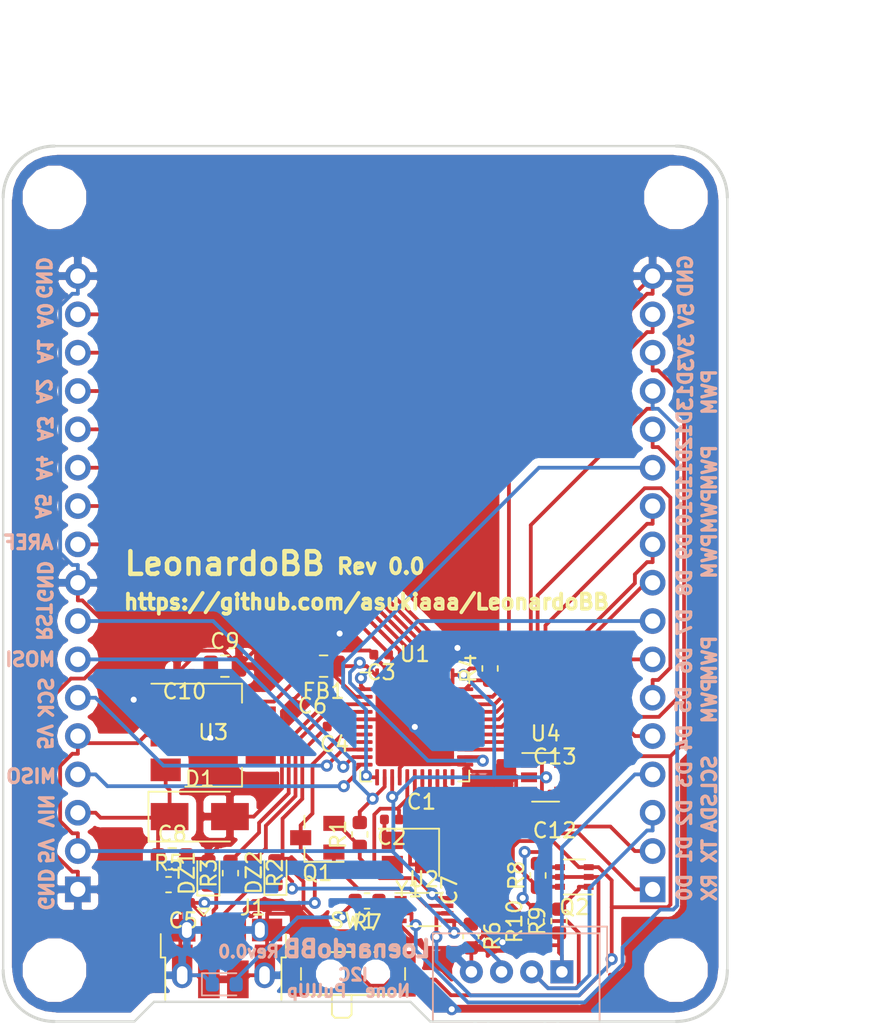
<source format=kicad_pcb>
(kicad_pcb (version 20171130) (host pcbnew 5.0.2-bee76a0~70~ubuntu18.04.1)
  (layers (0 F.Cu signal hide) (31 B.Cu signal hide) (34 B.Paste user) (35 F.Paste user) (36 B.SilkS user) (37 F.SilkS user) (38 B.Mask user) (39 F.Mask user) (44 Edge.Cuts user))
  (net 0 "")
  (net 1 "Net-(C1-Pad1)")
  (net 2 GND)
  (net 3 "Net-(C2-Pad1)")
  (net 4 AREF)
  (net 5 "Net-(C4-Pad1)")
  (net 6 VBUS)
  (net 7 "Net-(C6-Pad1)")
  (net 8 +5V)
  (net 9 RAW)
  (net 10 "Net-(C12-Pad1)")
  (net 11 +3V3)
  (net 12 "Net-(D2-Pad2)")
  (net 13 "Net-(DZ1-Pad1)")
  (net 14 "Net-(DZ2-Pad1)")
  (net 15 "Net-(J1-Pad4)")
  (net 16 D0_RX)
  (net 17 D1_TX)
  (net 18 D2_SDA)
  (net 19 D3_SCL)
  (net 20 D4)
  (net 21 D5_PWM)
  (net 22 D6_PWM)
  (net 23 D7)
  (net 24 D8)
  (net 25 D9_PWM)
  (net 26 D10_PWM)
  (net 27 D11_PWM)
  (net 28 D12)
  (net 29 D13_PWM)
  (net 30 RESET)
  (net 31 MOSI)
  (net 32 SCK)
  (net 33 MISO)
  (net 34 A5)
  (net 35 A4)
  (net 36 A3)
  (net 37 A2)
  (net 38 A1)
  (net 39 A0)
  (net 40 "Net-(Q1-Pad1)")
  (net 41 "Net-(Q2-Pad1)")
  (net 42 "Net-(Q2-Pad2)")
  (net 43 "Net-(Q2-Pad4)")
  (net 44 D+)
  (net 45 D-)
  (net 46 "Net-(R4-Pad1)")
  (net 47 "Net-(R5-Pad2)")
  (net 48 "Net-(R7-Pad1)")
  (net 49 "Net-(SW1-Pad3)")
  (net 50 "Net-(U1-Pad8)")
  (net 51 "Net-(U1-Pad22)")
  (module Capacitor_SMD:C_0805_2012Metric (layer F.Cu) (at 134.698 104.458)
    (fp_text reference C9 (at 0 -1.65) (layer F.SilkS))
    (fp_text value 10u)
    (pad 1 smd roundrect (at -0.9375 0) (size 0.975 1.4) (layers F.Cu F.Paste F.Mask) (net 8 +5V))
    (pad 2 smd roundrect (at 0.9375 0) (size 0.975 1.4) (layers F.Cu F.Paste F.Mask) (net 2 GND))
  )
  (module Capacitor_SMD:C_0402_1005Metric (layer F.Cu) (at 147.724 114.618)
    (fp_text reference C1 (at 0 -1.17) (layer F.SilkS))
    (fp_text value 22p)
    (pad 1 smd roundrect (at -0.485 0) (size 0.59 0.64) (layers F.Cu F.Paste F.Mask) (net 1 "Net-(C1-Pad1)"))
    (pad 2 smd roundrect (at 0.485 0) (size 0.59 0.64) (layers F.Cu F.Paste F.Mask) (net 2 GND))
  )
  (module Capacitor_SMD:C_0402_1005Metric (layer F.Cu) (at 145.756 114.618 180)
    (fp_text reference C2 (at 0 -1.17 180) (layer F.SilkS))
    (fp_text value 22p)
    (pad 2 smd roundrect (at 0.485 0 180) (size 0.59 0.64) (layers F.Cu F.Paste F.Mask) (net 2 GND))
    (pad 1 smd roundrect (at -0.485 0 180) (size 0.59 0.64) (layers F.Cu F.Paste F.Mask) (net 3 "Net-(C2-Pad1)"))
  )
  (module Capacitor_SMD:C_0402_1005Metric (layer F.Cu) (at 145.057 103.696 180)
    (fp_text reference C3 (at 0 -1.17 180) (layer F.SilkS))
    (fp_text value 100n)
    (pad 2 smd roundrect (at 0.485 0 180) (size 0.59 0.64) (layers F.Cu F.Paste F.Mask) (net 2 GND))
    (pad 1 smd roundrect (at -0.485 0 180) (size 0.59 0.64) (layers F.Cu F.Paste F.Mask) (net 4 AREF))
  )
  (module Capacitor_SMD:C_0402_1005Metric (layer F.Cu) (at 141.963 108.458 180)
    (fp_text reference C4 (at 0 -1.17 180) (layer F.SilkS))
    (fp_text value 1u)
    (pad 2 smd roundrect (at 0.485 0 180) (size 0.59 0.64) (layers F.Cu F.Paste F.Mask) (net 2 GND))
    (pad 1 smd roundrect (at -0.485 0 180) (size 0.59 0.64) (layers F.Cu F.Paste F.Mask) (net 5 "Net-(C4-Pad1)"))
  )
  (module Capacitor_SMD:C_0402_1005Metric (layer F.Cu) (at 131.93 120.142 180)
    (fp_text reference C5 (at 0 -1.17 180) (layer F.SilkS))
    (fp_text value 100n)
    (pad 2 smd roundrect (at 0.485 0 180) (size 0.59 0.64) (layers F.Cu F.Paste F.Mask) (net 2 GND))
    (pad 1 smd roundrect (at -0.485 0 180) (size 0.59 0.64) (layers F.Cu F.Paste F.Mask) (net 6 VBUS))
  )
  (module Capacitor_SMD:C_0402_1005Metric (layer F.Cu) (at 140.502 105.918 180)
    (fp_text reference C6 (at 0 -1.17 180) (layer F.SilkS))
    (fp_text value 1u)
    (pad 1 smd roundrect (at -0.485 0 180) (size 0.59 0.64) (layers F.Cu F.Paste F.Mask) (net 7 "Net-(C6-Pad1)"))
    (pad 2 smd roundrect (at 0.485 0 180) (size 0.59 0.64) (layers F.Cu F.Paste F.Mask) (net 2 GND))
  )
  (module Capacitor_SMD:C_0402_1005Metric (layer F.Cu) (at 150.749 119.294 90)
    (fp_text reference C7 (at 0 -1.17 90) (layer F.SilkS))
    (fp_text value 100n)
    (pad 1 smd roundrect (at -0.485 0 90) (size 0.59 0.64) (layers F.Cu F.Paste F.Mask) (net 8 +5V))
    (pad 2 smd roundrect (at 0.485 0 90) (size 0.59 0.64) (layers F.Cu F.Paste F.Mask) (net 2 GND))
  )
  (module Capacitor_SMD:C_0805_2012Metric (layer F.Cu) (at 131.206 117.221)
    (fp_text reference C8 (at 0 -1.65) (layer F.SilkS))
    (fp_text value 10u)
    (pad 2 smd roundrect (at 0.9375 0) (size 0.975 1.4) (layers F.Cu F.Paste F.Mask) (net 2 GND))
    (pad 1 smd roundrect (at -0.9375 0) (size 0.975 1.4) (layers F.Cu F.Paste F.Mask) (net 9 RAW))
  )
  (module Capacitor_SMD:C_0402_1005Metric (layer F.Cu) (at 132.016 104.966 180)
    (fp_text reference C10 (at 0 -1.17 180) (layer F.SilkS))
    (fp_text value 1u)
    (pad 1 smd roundrect (at -0.485 0 180) (size 0.59 0.64) (layers F.Cu F.Paste F.Mask) (net 8 +5V))
    (pad 2 smd roundrect (at 0.485 0 180) (size 0.59 0.64) (layers F.Cu F.Paste F.Mask) (net 2 GND))
  )
  (module Capacitor_SMD:C_0402_1005Metric (layer F.Cu) (at 156.55 114.173 180)
    (fp_text reference C12 (at 0 -1.17 180) (layer F.SilkS))
    (fp_text value 10n)
    (pad 1 smd roundrect (at -0.485 0 180) (size 0.59 0.64) (layers F.Cu F.Paste F.Mask) (net 10 "Net-(C12-Pad1)"))
    (pad 2 smd roundrect (at 0.485 0 180) (size 0.59 0.64) (layers F.Cu F.Paste F.Mask) (net 2 GND))
  )
  (module Capacitor_SMD:C_0402_1005Metric (layer F.Cu) (at 156.568 109.284 180)
    (fp_text reference C13 (at 0 -1.17 180) (layer F.SilkS))
    (fp_text value 2.2u)
    (pad 2 smd roundrect (at 0.485 0 180) (size 0.59 0.64) (layers F.Cu F.Paste F.Mask) (net 2 GND))
    (pad 1 smd roundrect (at -0.485 0 180) (size 0.59 0.64) (layers F.Cu F.Paste F.Mask) (net 11 +3V3))
  )
  (module Diode_SMD:D_SMA (layer F.Cu) (at 133.032 114.427)
    (fp_text reference D1 (at 0 -2.5) (layer F.SilkS))
    (fp_text value D)
    (pad 1 smd rect (at -2 0) (size 2.5 1.8) (layers F.Cu F.Paste F.Mask) (net 9 RAW))
    (pad 2 smd rect (at 2 0) (size 2.5 1.8) (layers F.Cu F.Paste F.Mask) (net 2 GND))
  )
  (module LED_SMD:LED_0603_1608Metric (layer B.Cu) (at 134.658 125.54)
    (fp_text reference D2 hide)
    (fp_text value LED hide)
    (pad 1 smd roundrect (at -0.7875 0) (size 0.875 0.95) (layers B.Cu B.Paste B.Mask) (net 2 GND))
    (pad 2 smd roundrect (at 0.7875 0) (size 0.875 0.95) (layers B.Cu B.Paste B.Mask) (net 12 "Net-(D2-Pad2)"))
  )
  (module Diode_SMD:D_0603_1608Metric (layer F.Cu) (at 133.604 118.174 90)
    (fp_text reference DZ1 (at 0 -1.43 90) (layer F.SilkS))
    (fp_text value CG0603MLC-05E)
    (pad 1 smd roundrect (at -0.7875 0 90) (size 0.875 0.95) (layers F.Cu F.Paste F.Mask) (net 13 "Net-(DZ1-Pad1)"))
    (pad 2 smd roundrect (at 0.7875 0 90) (size 0.875 0.95) (layers F.Cu F.Paste F.Mask) (net 2 GND))
  )
  (module Diode_SMD:D_0603_1608Metric (layer F.Cu) (at 138.049 118.136 90)
    (fp_text reference DZ2 (at 0 -1.43 90) (layer F.SilkS))
    (fp_text value CG0603MLC-05E)
    (pad 2 smd roundrect (at 0.7875 0 90) (size 0.875 0.95) (layers F.Cu F.Paste F.Mask) (net 2 GND))
    (pad 1 smd roundrect (at -0.7875 0 90) (size 0.875 0.95) (layers F.Cu F.Paste F.Mask) (net 14 "Net-(DZ2-Pad1)"))
  )
  (module Capacitor_SMD:C_0805_2012Metric (layer F.Cu) (at 141.239 104.458 180)
    (fp_text reference FB1 (at 0 -1.65 180) (layer F.SilkS))
    (fp_text value MH2029-300Y)
    (pad 2 smd roundrect (at 0.9375 0 180) (size 0.975 1.4) (layers F.Cu F.Paste F.Mask) (net 8 +5V))
    (pad 1 smd roundrect (at -0.9375 0 180) (size 0.975 1.4) (layers F.Cu F.Paste F.Mask) (net 7 "Net-(C6-Pad1)"))
  )
  (module Connector_USB:USB_Micro-B_Amphenol_10103594-0001LF_Horizontal (layer F.Cu) (at 134.62 123.825)
    (fp_text reference J1 (at 1.925 -3.365) (layer F.SilkS))
    (fp_text value USB_B_Micro)
    (pad 6 smd rect (at 2.725 0.185) (size 1.35 2) (layers F.Cu F.Paste F.Mask) (net 2 GND))
    (pad 6 smd rect (at -2.755 0.185) (size 1.35 2) (layers F.Cu F.Paste F.Mask) (net 2 GND))
    (pad 6 smd rect (at -2.975 -0.565) (size 1.825 0.7) (layers F.Cu F.Paste F.Mask) (net 2 GND))
    (pad 6 smd rect (at 2.975 -0.565) (size 1.825 0.7) (layers F.Cu F.Paste F.Mask) (net 2 GND))
    (pad 6 smd rect (at -2.875 -1.865) (size 2 1.5) (layers F.Cu F.Paste F.Mask) (net 2 GND))
    (pad 6 smd rect (at 2.875 -1.885) (size 2 1.5) (layers F.Cu F.Paste F.Mask) (net 2 GND))
    (pad 1 smd rect (at -1.325 -1.765 90) (size 1.65 0.4) (layers F.Cu F.Paste F.Mask) (net 6 VBUS))
    (pad 2 smd rect (at -0.675 -1.765 90) (size 1.65 0.4) (layers F.Cu F.Paste F.Mask) (net 13 "Net-(DZ1-Pad1)"))
    (pad 3 smd rect (at -0.025 -1.765 90) (size 1.65 0.4) (layers F.Cu F.Paste F.Mask) (net 14 "Net-(DZ2-Pad1)"))
    (pad 4 smd rect (at 0.625 -1.765 90) (size 1.65 0.4) (layers F.Cu F.Paste F.Mask) (net 15 "Net-(J1-Pad4)"))
    (pad 5 smd rect (at 1.275 -1.765 90) (size 1.65 0.4) (layers F.Cu F.Paste F.Mask) (net 2 GND))
    (pad 6 thru_hole oval (at -2.445 -1.885 90) (size 1.5 1.1) (drill oval 1.05 0.65) (layers *.Cu *.Mask) (net 2 GND))
    (pad 6 thru_hole oval (at 2.395 -1.885 90) (size 1.5 1.1) (drill oval 1.05 0.65) (layers *.Cu *.Mask) (net 2 GND))
    (pad 6 thru_hole oval (at -2.755 1.115 90) (size 1.7 1.35) (drill oval 1.2 0.7) (layers *.Cu *.Mask) (net 2 GND))
    (pad 6 thru_hole oval (at 2.705 1.115 90) (size 1.7 1.35) (drill oval 1.2 0.7) (layers *.Cu *.Mask) (net 2 GND))
    (pad 6 smd rect (at -0.985 1.385 90) (size 2.5 1.43) (layers F.Cu F.Paste F.Mask) (net 2 GND))
    (pad 6 smd rect (at 0.935 1.385 90) (size 2.5 1.43) (layers F.Cu F.Paste F.Mask) (net 2 GND))
  )
  (module Connector:NS-Tech_Grove_1x04_P2mm_Vertical (layer B.Cu) (at 157.035 124.714 90)
    (fp_text reference J4 hide)
    (fp_text value I2C)
    (pad 1 thru_hole rect (at 0 0 90) (size 1.524 1.524) (drill 0.762) (layers *.Cu *.Mask) (net 19 D3_SCL))
    (pad 2 thru_hole circle (at 0 -2 90) (size 1.524 1.524) (drill 0.762) (layers *.Cu *.Mask) (net 18 D2_SDA))
    (pad 3 thru_hole circle (at 0 -4 90) (size 1.524 1.524) (drill 0.762) (layers *.Cu *.Mask) (net 8 +5V))
    (pad 4 thru_hole circle (at 0 -6 90) (size 1.524 1.524) (drill 0.762) (layers *.Cu *.Mask) (net 2 GND))
  )
  (module Package_TO_SOT_SMD:SuperSOT-3 (layer F.Cu) (at 140.822 115.826 180)
    (fp_text reference Q1 (at 0 -2.35 180) (layer F.SilkS))
    (fp_text value Q_PMOS_GSD)
    (pad 3 smd rect (at 1.1 0 180) (size 1.4 1) (layers F.Cu F.Paste F.Mask) (net 6 VBUS))
    (pad 2 smd rect (at -1.1 0.95 180) (size 1.4 1) (layers F.Cu F.Paste F.Mask) (net 8 +5V))
    (pad 1 smd rect (at -1.1 -0.95 180) (size 1.4 1) (layers F.Cu F.Paste F.Mask) (net 40 "Net-(Q1-Pad1)"))
  )
  (module Package_TO_SOT_SMD:SOT-363_SC-70-6 (layer F.Cu) (at 157.861 118.428 180)
    (fp_text reference Q2 (at 0 -2 180) (layer F.SilkS))
    (fp_text value Q_DUAL_PMOS_S1G1D2S2G2D1)
    (pad 1 smd rect (at -0.95 -0.65 180) (size 0.65 0.4) (layers F.Cu F.Paste F.Mask) (net 41 "Net-(Q2-Pad1)"))
    (pad 3 smd rect (at -0.95 0.65 180) (size 0.65 0.4) (layers F.Cu F.Paste F.Mask) (net 11 +3V3))
    (pad 5 smd rect (at 0.95 0 180) (size 0.65 0.4) (layers F.Cu F.Paste F.Mask) (net 42 "Net-(Q2-Pad2)"))
    (pad 2 smd rect (at -0.95 0 180) (size 0.65 0.4) (layers F.Cu F.Paste F.Mask) (net 42 "Net-(Q2-Pad2)"))
    (pad 4 smd rect (at 0.95 0.65 180) (size 0.65 0.4) (layers F.Cu F.Paste F.Mask) (net 43 "Net-(Q2-Pad4)"))
    (pad 6 smd rect (at 0.95 -0.65 180) (size 0.65 0.4) (layers F.Cu F.Paste F.Mask) (net 11 +3V3))
  )
  (module Resistor_SMD:R_0603_1608Metric (layer F.Cu) (at 143.637 115.608 90)
    (fp_text reference R1 (at 0 -1.43 90) (layer F.SilkS))
    (fp_text value 10k)
    (pad 2 smd roundrect (at 0.7875 0 90) (size 0.875 0.95) (layers F.Cu F.Paste F.Mask) (net 30 RESET))
    (pad 1 smd roundrect (at -0.7875 0 90) (size 0.875 0.95) (layers F.Cu F.Paste F.Mask) (net 8 +5V))
  )
  (module Resistor_SMD:R_0603_1608Metric (layer F.Cu) (at 136.588 118.148 270)
    (fp_text reference R2 (at 0 -1.43 270) (layer F.SilkS))
    (fp_text value 22)
    (pad 2 smd roundrect (at 0.7875 0 270) (size 0.875 0.95) (layers F.Cu F.Paste F.Mask) (net 14 "Net-(DZ2-Pad1)"))
    (pad 1 smd roundrect (at -0.7875 0 270) (size 0.875 0.95) (layers F.Cu F.Paste F.Mask) (net 44 D+))
  )
  (module Resistor_SMD:R_0603_1608Metric (layer F.Cu) (at 135.064 118.174 90)
    (fp_text reference R3 (at 0 -1.43 90) (layer F.SilkS))
    (fp_text value 22)
    (pad 2 smd roundrect (at 0.7875 0 90) (size 0.875 0.95) (layers F.Cu F.Paste F.Mask) (net 45 D-))
    (pad 1 smd roundrect (at -0.7875 0 90) (size 0.875 0.95) (layers F.Cu F.Paste F.Mask) (net 13 "Net-(DZ1-Pad1)"))
  )
  (module Resistor_SMD:R_0603_1608Metric (layer F.Cu) (at 152.273 104.61 90)
    (fp_text reference R4 (at 0 -1.43 90) (layer F.SilkS))
    (fp_text value 10k)
    (pad 1 smd roundrect (at -0.7875 0 90) (size 0.875 0.95) (layers F.Cu F.Paste F.Mask) (net 46 "Net-(R4-Pad1)"))
    (pad 2 smd roundrect (at 0.7875 0 90) (size 0.875 0.95) (layers F.Cu F.Paste F.Mask) (net 2 GND))
  )
  (module Resistor_SMD:R_0603_1608Metric (layer F.Cu) (at 130.962 118.936)
    (fp_text reference R5 (at 0 -1.43) (layer F.SilkS))
    (fp_text value 10k)
    (pad 1 smd roundrect (at -0.7875 0) (size 0.875 0.95) (layers F.Cu F.Paste F.Mask) (net 9 RAW))
    (pad 2 smd roundrect (at 0.7875 0) (size 0.875 0.95) (layers F.Cu F.Paste F.Mask) (net 47 "Net-(R5-Pad2)"))
  )
  (module Resistor_SMD:R_0603_1608Metric (layer F.Cu) (at 151.003 122.339 270)
    (fp_text reference R6 (at 0 -1.43 270) (layer F.SilkS))
    (fp_text value 10k)
    (pad 2 smd roundrect (at 0.7875 0 270) (size 0.875 0.95) (layers F.Cu F.Paste F.Mask) (net 2 GND))
    (pad 1 smd roundrect (at -0.7875 0 270) (size 0.875 0.95) (layers F.Cu F.Paste F.Mask) (net 47 "Net-(R5-Pad2)"))
  )
  (module Resistor_SMD:R_0603_1608Metric (layer F.Cu) (at 144.12 120.015 180)
    (fp_text reference R7 (at 0 -1.43 180) (layer F.SilkS))
    (fp_text value 1k)
    (pad 1 smd roundrect (at -0.7875 0 180) (size 0.875 0.95) (layers F.Cu F.Paste F.Mask) (net 48 "Net-(R7-Pad1)"))
    (pad 2 smd roundrect (at 0.7875 0 180) (size 0.875 0.95) (layers F.Cu F.Paste F.Mask) (net 12 "Net-(D2-Pad2)"))
  )
  (module Resistor_SMD:R_0603_1608Metric (layer F.Cu) (at 155.448 118.326 90)
    (fp_text reference R8 (at 0 -1.43 90) (layer F.SilkS))
    (fp_text value 10k)
    (pad 1 smd roundrect (at -0.7875 0 90) (size 0.875 0.95) (layers F.Cu F.Paste F.Mask) (net 11 +3V3))
    (pad 2 smd roundrect (at 0.7875 0 90) (size 0.875 0.95) (layers F.Cu F.Paste F.Mask) (net 42 "Net-(Q2-Pad2)"))
  )
  (module Resistor_SMD:R_0603_1608Metric (layer F.Cu) (at 156.845 121.348 90)
    (fp_text reference R9 (at 0 -1.43 90) (layer F.SilkS))
    (fp_text value 10k)
    (pad 1 smd roundrect (at -0.7875 0 90) (size 0.875 0.95) (layers F.Cu F.Paste F.Mask) (net 19 D3_SCL))
    (pad 2 smd roundrect (at 0.7875 0 90) (size 0.875 0.95) (layers F.Cu F.Paste F.Mask) (net 41 "Net-(Q2-Pad1)"))
  )
  (module Resistor_SMD:R_0603_1608Metric (layer F.Cu) (at 155.321 121.374 90)
    (fp_text reference R10 (at 0 -1.43 90) (layer F.SilkS))
    (fp_text value 10k)
    (pad 2 smd roundrect (at 0.7875 0 90) (size 0.875 0.95) (layers F.Cu F.Paste F.Mask) (net 43 "Net-(Q2-Pad4)"))
    (pad 1 smd roundrect (at -0.7875 0 90) (size 0.875 0.95) (layers F.Cu F.Paste F.Mask) (net 18 D2_SDA))
  )
  (module Button_Switch_SMD:SW_SPDT_PCM12 (layer F.Cu) (at 143.192 124.524)
    (fp_text reference SW1 (at 0 -3.2) (layer F.SilkS))
    (fp_text value SW_SPDT)
    (pad "" np_thru_hole circle (at -1.5 0.33) (size 0.9 0.9) (drill 0.9) (layers *.Cu *.Mask))
    (pad "" np_thru_hole circle (at 1.5 0.33) (size 0.9 0.9) (drill 0.9) (layers *.Cu *.Mask))
    (pad 1 smd rect (at -2.25 -1.43) (size 0.7 1.5) (layers F.Cu F.Paste F.Mask) (net 42 "Net-(Q2-Pad2)"))
    (pad 2 smd rect (at 0.75 -1.43) (size 0.7 1.5) (layers F.Cu F.Paste F.Mask) (net 2 GND))
    (pad 3 smd rect (at 2.25 -1.43) (size 0.7 1.5) (layers F.Cu F.Paste F.Mask) (net 49 "Net-(SW1-Pad3)"))
    (pad "" smd rect (at -3.65 1.43) (size 1 0.8) (layers F.Cu F.Paste F.Mask))
    (pad "" smd rect (at 3.65 1.43) (size 1 0.8) (layers F.Cu F.Paste F.Mask))
    (pad "" smd rect (at 3.65 -0.78) (size 1 0.8) (layers F.Cu F.Paste F.Mask))
    (pad "" smd rect (at -3.65 -0.78) (size 1 0.8) (layers F.Cu F.Paste F.Mask))
  )
  (module Package_DFN_QFN:QFN-44-1EP_7x7mm_P0.5mm_EP5.2x5.2mm (layer F.Cu) (at 147.286 108.486)
    (fp_text reference U1 (at 0 -4.82) (layer F.SilkS))
    (fp_text value ATmega32U4-MU)
    (pad 45 smd roundrect (at 0 0) (size 5.2 5.2) (layers F.Cu F.Mask) (roundrect_rratio 0.048) (net 2 GND))
    (pad 1 smd roundrect (at -3.3375 -2.5) (size 1.075 0.25) (layers F.Cu F.Paste F.Mask) (net 23 D7))
    (pad 2 smd roundrect (at -3.3375 -2) (size 1.075 0.25) (layers F.Cu F.Paste F.Mask) (net 7 "Net-(C6-Pad1)"))
    (pad 3 smd roundrect (at -3.3375 -1.5) (size 1.075 0.25) (layers F.Cu F.Paste F.Mask) (net 45 D-))
    (pad 4 smd roundrect (at -3.3375 -1) (size 1.075 0.25) (layers F.Cu F.Paste F.Mask) (net 44 D+))
    (pad 5 smd roundrect (at -3.3375 -0.5) (size 1.075 0.25) (layers F.Cu F.Paste F.Mask) (net 2 GND))
    (pad 6 smd roundrect (at -3.3375 0) (size 1.075 0.25) (layers F.Cu F.Paste F.Mask) (net 5 "Net-(C4-Pad1)"))
    (pad 7 smd roundrect (at -3.3375 0.5) (size 1.075 0.25) (layers F.Cu F.Paste F.Mask) (net 6 VBUS))
    (pad 8 smd roundrect (at -3.3375 1) (size 1.075 0.25) (layers F.Cu F.Paste F.Mask) (net 50 "Net-(U1-Pad8)"))
    (pad 9 smd roundrect (at -3.3375 1.5) (size 1.075 0.25) (layers F.Cu F.Paste F.Mask) (net 32 SCK))
    (pad 10 smd roundrect (at -3.3375 2) (size 1.075 0.25) (layers F.Cu F.Paste F.Mask) (net 31 MOSI))
    (pad 11 smd roundrect (at -3.3375 2.5) (size 1.075 0.25) (layers F.Cu F.Paste F.Mask) (net 33 MISO))
    (pad 12 smd roundrect (at -2.5 3.3375) (size 0.25 1.075) (layers F.Cu F.Paste F.Mask) (net 27 D11_PWM))
    (pad 13 smd roundrect (at -2 3.3375) (size 0.25 1.075) (layers F.Cu F.Paste F.Mask) (net 30 RESET))
    (pad 14 smd roundrect (at -1.5 3.3375) (size 0.25 1.075) (layers F.Cu F.Paste F.Mask) (net 8 +5V))
    (pad 15 smd roundrect (at -1 3.3375) (size 0.25 1.075) (layers F.Cu F.Paste F.Mask) (net 2 GND))
    (pad 16 smd roundrect (at -0.5 3.3375) (size 0.25 1.075) (layers F.Cu F.Paste F.Mask) (net 3 "Net-(C2-Pad1)"))
    (pad 17 smd roundrect (at 0 3.3375) (size 0.25 1.075) (layers F.Cu F.Paste F.Mask) (net 1 "Net-(C1-Pad1)"))
    (pad 18 smd roundrect (at 0.5 3.3375) (size 0.25 1.075) (layers F.Cu F.Paste F.Mask) (net 19 D3_SCL))
    (pad 19 smd roundrect (at 1 3.3375) (size 0.25 1.075) (layers F.Cu F.Paste F.Mask) (net 18 D2_SDA))
    (pad 20 smd roundrect (at 1.5 3.3375) (size 0.25 1.075) (layers F.Cu F.Paste F.Mask) (net 16 D0_RX))
    (pad 21 smd roundrect (at 2 3.3375) (size 0.25 1.075) (layers F.Cu F.Paste F.Mask) (net 17 D1_TX))
    (pad 22 smd roundrect (at 2.5 3.3375) (size 0.25 1.075) (layers F.Cu F.Paste F.Mask) (net 51 "Net-(U1-Pad22)"))
    (pad 23 smd roundrect (at 3.3375 2.5) (size 1.075 0.25) (layers F.Cu F.Paste F.Mask) (net 2 GND))
    (pad 24 smd roundrect (at 3.3375 2) (size 1.075 0.25) (layers F.Cu F.Paste F.Mask) (net 7 "Net-(C6-Pad1)"))
    (pad 25 smd roundrect (at 3.3375 1.5) (size 1.075 0.25) (layers F.Cu F.Paste F.Mask) (net 20 D4))
    (pad 26 smd roundrect (at 3.3375 1) (size 1.075 0.25) (layers F.Cu F.Paste F.Mask) (net 28 D12))
    (pad 27 smd roundrect (at 3.3375 0.5) (size 1.075 0.25) (layers F.Cu F.Paste F.Mask) (net 22 D6_PWM))
    (pad 28 smd roundrect (at 3.3375 0) (size 1.075 0.25) (layers F.Cu F.Paste F.Mask) (net 24 D8))
    (pad 29 smd roundrect (at 3.3375 -0.5) (size 1.075 0.25) (layers F.Cu F.Paste F.Mask) (net 25 D9_PWM))
    (pad 30 smd roundrect (at 3.3375 -1) (size 1.075 0.25) (layers F.Cu F.Paste F.Mask) (net 26 D10_PWM))
    (pad 31 smd roundrect (at 3.3375 -1.5) (size 1.075 0.25) (layers F.Cu F.Paste F.Mask) (net 21 D5_PWM))
    (pad 32 smd roundrect (at 3.3375 -2) (size 1.075 0.25) (layers F.Cu F.Paste F.Mask) (net 29 D13_PWM))
    (pad 33 smd roundrect (at 3.3375 -2.5) (size 1.075 0.25) (layers F.Cu F.Paste F.Mask) (net 46 "Net-(R4-Pad1)"))
    (pad 34 smd roundrect (at 2.5 -3.3375) (size 0.25 1.075) (layers F.Cu F.Paste F.Mask) (net 8 +5V))
    (pad 35 smd roundrect (at 2 -3.3375) (size 0.25 1.075) (layers F.Cu F.Paste F.Mask) (net 2 GND))
    (pad 36 smd roundrect (at 1.5 -3.3375) (size 0.25 1.075) (layers F.Cu F.Paste F.Mask) (net 39 A0))
    (pad 37 smd roundrect (at 1 -3.3375) (size 0.25 1.075) (layers F.Cu F.Paste F.Mask) (net 38 A1))
    (pad 38 smd roundrect (at 0.5 -3.3375) (size 0.25 1.075) (layers F.Cu F.Paste F.Mask) (net 37 A2))
    (pad 39 smd roundrect (at 0 -3.3375) (size 0.25 1.075) (layers F.Cu F.Paste F.Mask) (net 36 A3))
    (pad 40 smd roundrect (at -0.5 -3.3375) (size 0.25 1.075) (layers F.Cu F.Paste F.Mask) (net 35 A4))
    (pad 41 smd roundrect (at -1 -3.3375) (size 0.25 1.075) (layers F.Cu F.Paste F.Mask) (net 34 A5))
    (pad 42 smd roundrect (at -1.5 -3.3375) (size 0.25 1.075) (layers F.Cu F.Paste F.Mask) (net 4 AREF))
    (pad 43 smd roundrect (at -2 -3.3375) (size 0.25 1.075) (layers F.Cu F.Paste F.Mask) (net 2 GND))
    (pad 44 smd roundrect (at -2.5 -3.3375) (size 0.25 1.075) (layers F.Cu F.Paste F.Mask) (net 7 "Net-(C6-Pad1)"))
  )
  (module Package_SO:VSSOP-8_2.3x2mm_P0.5mm (layer F.Cu) (at 147.892 120.586)
    (fp_text reference U2 (at 0 -2) (layer F.SilkS))
    (fp_text value LMV358)
    (pad 1 smd rect (at -1.55 -0.75 270) (size 0.3 0.8) (layers F.Cu F.Paste F.Mask) (net 48 "Net-(R7-Pad1)"))
    (pad 2 smd rect (at -1.55 -0.25 270) (size 0.3 0.8) (layers F.Cu F.Paste F.Mask) (net 48 "Net-(R7-Pad1)"))
    (pad 3 smd rect (at -1.55 0.25 270) (size 0.3 0.8) (layers F.Cu F.Paste F.Mask) (net 29 D13_PWM))
    (pad 4 smd rect (at -1.55 0.75 270) (size 0.3 0.8) (layers F.Cu F.Paste F.Mask) (net 2 GND))
    (pad 5 smd rect (at 1.55 0.75 270) (size 0.3 0.8) (layers F.Cu F.Paste F.Mask) (net 47 "Net-(R5-Pad2)"))
    (pad 6 smd rect (at 1.55 0.25 270) (size 0.3 0.8) (layers F.Cu F.Paste F.Mask) (net 11 +3V3))
    (pad 7 smd rect (at 1.55 -0.25 270) (size 0.3 0.8) (layers F.Cu F.Paste F.Mask) (net 40 "Net-(Q1-Pad1)"))
    (pad 8 smd rect (at 1.55 -0.75 270) (size 0.3 0.8) (layers F.Cu F.Paste F.Mask) (net 8 +5V))
  )
  (module Package_TO_SOT_SMD:SOT-223-3_TabPin2 (layer F.Cu) (at 133.922 109.03)
    (fp_text reference U3 (at 0 -0.1905) (layer F.SilkS))
    (fp_text value NCP1117-5.0_SOT223)
    (pad 2 smd rect (at 3.15 0) (size 2 3.8) (layers F.Cu F.Paste F.Mask) (net 8 +5V))
    (pad 2 smd rect (at -3.15 0) (size 2 1.5) (layers F.Cu F.Paste F.Mask) (net 8 +5V))
    (pad 3 smd rect (at -3.15 2.3) (size 2 1.5) (layers F.Cu F.Paste F.Mask) (net 9 RAW))
    (pad 1 smd rect (at -3.15 -2.3) (size 2 1.5) (layers F.Cu F.Paste F.Mask) (net 2 GND))
  )
  (module Package_TO_SOT_SMD:SOT-23-5 (layer F.Cu) (at 155.956 111.824)
    (fp_text reference U4 (at 0 -2.9) (layer F.SilkS))
    (fp_text value LP2985-3.3)
    (pad 1 smd rect (at -1.1 -0.95) (size 1.06 0.65) (layers F.Cu F.Paste F.Mask) (net 8 +5V))
    (pad 2 smd rect (at -1.1 0) (size 1.06 0.65) (layers F.Cu F.Paste F.Mask) (net 2 GND))
    (pad 3 smd rect (at -1.1 0.95) (size 1.06 0.65) (layers F.Cu F.Paste F.Mask) (net 8 +5V))
    (pad 4 smd rect (at 1.1 0.95) (size 1.06 0.65) (layers F.Cu F.Paste F.Mask) (net 10 "Net-(C12-Pad1)"))
    (pad 5 smd rect (at 1.1 -0.95) (size 1.06 0.65) (layers F.Cu F.Paste F.Mask) (net 11 +3V3))
  )
  (module Crystal:Crystal_SMD_SeikoEpson_TSX3225-4Pin_3.2x2.5mm (layer F.Cu) (at 146.896 116.802 180)
    (fp_text reference Y1 (at 0 -2.45 180) (layer F.SilkS))
    (fp_text value Crystal_GND24)
    (pad 1 smd rect (at -1.1 0.8 180) (size 1.4 1.15) (layers F.Cu F.Paste F.Mask) (net 1 "Net-(C1-Pad1)"))
    (pad 2 smd rect (at 1.1 0.8 180) (size 1.4 1.15) (layers F.Cu F.Paste F.Mask) (net 2 GND))
    (pad 3 smd rect (at 1.1 -0.8 180) (size 1.4 1.15) (layers F.Cu F.Paste F.Mask) (net 3 "Net-(C2-Pad1)"))
    (pad 4 smd rect (at -1.1 -0.8 180) (size 1.4 1.15) (layers F.Cu F.Paste F.Mask) (net 2 GND))
  )
  (module MountingHole:MountingHole_3.2mm_M3 (layer F.Cu) (at 123.4 73.4)
    (fp_text reference REF1 hide)
    (fp_text value MountingHole_3.2mm_M3)
    (pad 1 np_thru_hole circle (at 0 0) (size 3.2 3.2) (drill 3.2) (layers *.Cu *.Mask))
  )
  (module MountingHole:MountingHole_3.2mm_M3 (layer F.Cu) (at 164.6 73.4)
    (fp_text reference REF2 hide)
    (fp_text value MountingHole_3.2mm_M3)
    (pad 1 np_thru_hole circle (at 0 0) (size 3.2 3.2) (drill 3.2) (layers *.Cu *.Mask))
  )
  (module MountingHole:MountingHole_3.2mm_M3 (layer F.Cu) (at 123.4 124.6)
    (fp_text reference REF3 hide)
    (fp_text value MountingHole_3.2mm_M3)
    (pad 1 np_thru_hole circle (at 0 0) (size 3.2 3.2) (drill 3.2) (layers *.Cu *.Mask))
  )
  (module MountingHole:MountingHole_3.2mm_M3 (layer F.Cu) (at 164.6 124.6)
    (fp_text reference REF4 hide)
    (fp_text value MountingHole_3.2mm_M3)
    (pad 1 np_thru_hole circle (at 0 0) (size 3.2 3.2) (drill 3.2) (layers *.Cu *.Mask))
  )
  (module Footprints:PinSocket_1x17_P2.54mm_Vertical_without_silk (layer B.Cu) (at 163.05 119.25)
    (fp_text reference J2 hide)
    (fp_text value Conn_01x17)
    (pad 17 thru_hole oval (at 0 -40.64) (size 1.7 1.7) (drill 1) (layers *.Cu *.Mask) (net 2 GND))
    (pad 16 thru_hole oval (at 0 -38.1) (size 1.7 1.7) (drill 1) (layers *.Cu *.Mask) (net 8 +5V))
    (pad 15 thru_hole oval (at 0 -35.56) (size 1.7 1.7) (drill 1) (layers *.Cu *.Mask) (net 11 +3V3))
    (pad 14 thru_hole oval (at 0 -33.02) (size 1.7 1.7) (drill 1) (layers *.Cu *.Mask) (net 29 D13_PWM))
    (pad 13 thru_hole oval (at 0 -30.48) (size 1.7 1.7) (drill 1) (layers *.Cu *.Mask) (net 28 D12))
    (pad 12 thru_hole oval (at 0 -27.94) (size 1.7 1.7) (drill 1) (layers *.Cu *.Mask) (net 27 D11_PWM))
    (pad 11 thru_hole oval (at 0 -25.4) (size 1.7 1.7) (drill 1) (layers *.Cu *.Mask) (net 26 D10_PWM))
    (pad 10 thru_hole oval (at 0 -22.86) (size 1.7 1.7) (drill 1) (layers *.Cu *.Mask) (net 25 D9_PWM))
    (pad 9 thru_hole oval (at 0 -20.32) (size 1.7 1.7) (drill 1) (layers *.Cu *.Mask) (net 24 D8))
    (pad 8 thru_hole oval (at 0 -17.78) (size 1.7 1.7) (drill 1) (layers *.Cu *.Mask) (net 23 D7))
    (pad 7 thru_hole oval (at 0 -15.24) (size 1.7 1.7) (drill 1) (layers *.Cu *.Mask) (net 22 D6_PWM))
    (pad 6 thru_hole oval (at 0 -12.7) (size 1.7 1.7) (drill 1) (layers *.Cu *.Mask) (net 21 D5_PWM))
    (pad 5 thru_hole oval (at 0 -10.16) (size 1.7 1.7) (drill 1) (layers *.Cu *.Mask) (net 20 D4))
    (pad 4 thru_hole oval (at 0 -7.62) (size 1.7 1.7) (drill 1) (layers *.Cu *.Mask) (net 19 D3_SCL))
    (pad 3 thru_hole oval (at 0 -5.08) (size 1.7 1.7) (drill 1) (layers *.Cu *.Mask) (net 18 D2_SDA))
    (pad 2 thru_hole oval (at 0 -2.54) (size 1.7 1.7) (drill 1) (layers *.Cu *.Mask) (net 17 D1_TX))
    (pad 1 thru_hole rect (at 0 0) (size 1.7 1.7) (drill 1) (layers *.Cu *.Mask) (net 16 D0_RX))
  )
  (module Footprints:PinSocket_1x17_P2.54mm_Vertical_without_silk (layer B.Cu) (at 124.95 119.25)
    (fp_text reference J3 hide)
    (fp_text value Conn_01x17)
    (pad 1 thru_hole rect (at 0 0) (size 1.7 1.7) (drill 1) (layers *.Cu *.Mask) (net 2 GND))
    (pad 2 thru_hole oval (at 0 -2.54) (size 1.7 1.7) (drill 1) (layers *.Cu *.Mask) (net 8 +5V))
    (pad 3 thru_hole oval (at 0 -5.08) (size 1.7 1.7) (drill 1) (layers *.Cu *.Mask) (net 9 RAW))
    (pad 4 thru_hole oval (at 0 -7.62) (size 1.7 1.7) (drill 1) (layers *.Cu *.Mask) (net 33 MISO))
    (pad 5 thru_hole oval (at 0 -10.16) (size 1.7 1.7) (drill 1) (layers *.Cu *.Mask) (net 8 +5V))
    (pad 6 thru_hole oval (at 0 -12.7) (size 1.7 1.7) (drill 1) (layers *.Cu *.Mask) (net 32 SCK))
    (pad 7 thru_hole oval (at 0 -15.24) (size 1.7 1.7) (drill 1) (layers *.Cu *.Mask) (net 31 MOSI))
    (pad 8 thru_hole oval (at 0 -17.78) (size 1.7 1.7) (drill 1) (layers *.Cu *.Mask) (net 30 RESET))
    (pad 9 thru_hole oval (at 0 -20.32) (size 1.7 1.7) (drill 1) (layers *.Cu *.Mask) (net 2 GND))
    (pad 10 thru_hole oval (at 0 -22.86) (size 1.7 1.7) (drill 1) (layers *.Cu *.Mask) (net 4 AREF))
    (pad 11 thru_hole oval (at 0 -25.4) (size 1.7 1.7) (drill 1) (layers *.Cu *.Mask) (net 34 A5))
    (pad 12 thru_hole oval (at 0 -27.94) (size 1.7 1.7) (drill 1) (layers *.Cu *.Mask) (net 35 A4))
    (pad 13 thru_hole oval (at 0 -30.48) (size 1.7 1.7) (drill 1) (layers *.Cu *.Mask) (net 36 A3))
    (pad 14 thru_hole oval (at 0 -33.02) (size 1.7 1.7) (drill 1) (layers *.Cu *.Mask) (net 37 A2))
    (pad 15 thru_hole oval (at 0 -35.56) (size 1.7 1.7) (drill 1) (layers *.Cu *.Mask) (net 38 A1))
    (pad 16 thru_hole oval (at 0 -38.1) (size 1.7 1.7) (drill 1) (layers *.Cu *.Mask) (net 39 A0))
    (pad 17 thru_hole oval (at 0 -40.64) (size 1.7 1.7) (drill 1) (layers *.Cu *.Mask) (net 2 GND))
  )
  (gr_text PWM (at 166.8145 97.155 90) (layer B.SilkS) (effects (font (size 0.9 0.9) (thickness 0.225)) (justify mirror)))
  (gr_text PWM (at 166.8145 94.1705 90) (layer B.SilkS) (effects (font (size 0.9 0.9) (thickness 0.225)) (justify mirror)))
  (gr_text PWM (at 166.8145 91.313 90) (layer B.SilkS) (effects (font (size 0.9 0.9) (thickness 0.225)) (justify mirror)))
  (gr_text PWM (at 166.8145 86.2965 90) (layer B.SilkS) (effects (font (size 0.9 0.9) (thickness 0.225)) (justify mirror)))
  (gr_text PWM (at 166.8145 103.9495 90) (layer B.SilkS) (effects (font (size 0.9 0.9) (thickness 0.225)) (justify mirror)))
  (gr_text PWM (at 166.8145 106.7435 90) (layer B.SilkS) (effects (font (size 0.9 0.9) (thickness 0.225)) (justify mirror)))
  (gr_text RX (at 166.8145 119.126 90) (layer B.SilkS) (effects (font (size 0.9 0.9) (thickness 0.225)) (justify mirror)))
  (gr_text TX (at 166.8145 116.713 90) (layer B.SilkS) (effects (font (size 0.9 0.9) (thickness 0.225)) (justify mirror)))
  (gr_text SCL (at 166.8145 111.633 90) (layer B.SilkS) (effects (font (size 0.9 0.9) (thickness 0.225)) (justify mirror)))
  (gr_text SDA (at 166.8145 114.173 90) (layer B.SilkS) (effects (font (size 0.9 0.9) (thickness 0.225)) (justify mirror)))
  (gr_text Rev0.0 (at 136.271 123.3805) (layer B.SilkS) (effects (font (size 0.8 0.8) (thickness 0.2)) (justify mirror)))
  (gr_text LoenardoBB (at 143.4465 123.19) (layer B.SilkS) (effects (font (size 1.1 1.1) (thickness 0.275)) (justify mirror)))
  (gr_text I2C (at 143.1925 124.9045) (layer B.SilkS) (effects (font (size 0.8 0.8) (thickness 0.2)) (justify mirror)))
  (gr_text None (at 145.4785 125.984) (layer B.SilkS) (effects (font (size 0.8 0.8) (thickness 0.2)) (justify mirror)))
  (gr_text PullUp (at 140.7795 125.984) (layer B.SilkS) (effects (font (size 0.8 0.8) (thickness 0.2)) (justify mirror)))
  (gr_text https://github.com/asukiaaa/LeonardoBB (at 144.0815 100.203) (layer F.SilkS) (effects (font (size 1 1) (thickness 0.25))))
  (gr_text "Rev 0.0" (at 145.034 97.8535) (layer F.SilkS) (effects (font (size 1 1) (thickness 0.25))))
  (gr_text LeonardoBB (at 134.6835 97.663) (layer F.SilkS) (effects (font (size 1.5 1.5) (thickness 0.3))))
  (gr_text D0 (at 165.1635 119.126 90) (layer B.SilkS) (effects (font (size 0.9 0.9) (thickness 0.225)) (justify mirror)))
  (gr_text D1 (at 165.1635 116.586 90) (layer B.SilkS) (effects (font (size 0.9 0.9) (thickness 0.225)) (justify mirror)))
  (gr_text D2 (at 165.1635 114.173 90) (layer B.SilkS) (effects (font (size 0.9 0.9) (thickness 0.225)) (justify mirror)))
  (gr_text D3 (at 165.1635 111.633 90) (layer B.SilkS) (effects (font (size 0.9 0.9) (thickness 0.225)) (justify mirror)))
  (gr_text D4 (at 165.1635 109.22 90) (layer B.SilkS) (effects (font (size 0.9 0.9) (thickness 0.225)) (justify mirror)))
  (gr_text D5 (at 165.1 106.68 90) (layer B.SilkS) (effects (font (size 0.9 0.9) (thickness 0.225)) (justify mirror)))
  (gr_text D6 (at 165.1635 104.0765 90) (layer B.SilkS) (effects (font (size 0.9 0.9) (thickness 0.225)) (justify mirror)))
  (gr_text D7 (at 165.1635 101.5365 90) (layer B.SilkS) (effects (font (size 0.9 0.9) (thickness 0.225)) (justify mirror)))
  (gr_text D8 (at 165.1635 98.933 90) (layer B.SilkS) (effects (font (size 0.9 0.9) (thickness 0.225)) (justify mirror)))
  (gr_text D9 (at 165.1635 96.52 90) (layer B.SilkS) (effects (font (size 0.9 0.9) (thickness 0.225)) (justify mirror)))
  (gr_text D10 (at 165.1635 93.9165 90) (layer B.SilkS) (effects (font (size 0.9 0.9) (thickness 0.225)) (justify mirror)))
  (gr_text D11 (at 165.1635 91.3765 90) (layer B.SilkS) (effects (font (size 0.9 0.9) (thickness 0.225)) (justify mirror)))
  (gr_text D12 (at 165.1635 88.8365 90) (layer B.SilkS) (effects (font (size 0.9 0.9) (thickness 0.225)) (justify mirror)))
  (gr_text D13 (at 165.227 86.233 90) (layer B.SilkS) (effects (font (size 0.9 0.9) (thickness 0.225)) (justify mirror)))
  (gr_text 3V3 (at 165.2905 83.693 90) (layer B.SilkS) (effects (font (size 0.9 0.9) (thickness 0.225)) (justify mirror)))
  (gr_text 5V (at 165.2905 81.2165 90) (layer B.SilkS) (effects (font (size 0.9 0.9) (thickness 0.225)) (justify mirror)))
  (gr_text GND (at 165.227 78.613 90) (layer B.SilkS) (effects (font (size 0.9 0.9) (thickness 0.225)) (justify mirror)))
  (gr_text GND (at 122.809 119.253 270) (layer B.SilkS) (effects (font (size 0.9 0.9) (thickness 0.225)) (justify mirror)))
  (gr_text 5V (at 122.809 116.713 270) (layer B.SilkS) (effects (font (size 0.9 0.9) (thickness 0.225)) (justify mirror)))
  (gr_text VIN (at 122.809 114.046 270) (layer B.SilkS) (effects (font (size 0.9 0.9) (thickness 0.225)) (justify mirror)))
  (gr_text MISO (at 121.8565 111.76) (layer B.SilkS) (effects (font (size 0.9 0.9) (thickness 0.225)) (justify mirror)))
  (gr_text 5V (at 122.7455 109.1565 270) (layer B.SilkS) (effects (font (size 0.9 0.9) (thickness 0.225)) (justify mirror)))
  (gr_text SCK (at 122.8725 106.553 90) (layer B.SilkS) (effects (font (size 0.9 0.9) (thickness 0.225)) (justify mirror)))
  (gr_text MOSI (at 121.793 104.013) (layer B.SilkS) (effects (font (size 0.9 0.9) (thickness 0.225)) (justify mirror)))
  (gr_text RST (at 122.682 101.5365 270) (layer B.SilkS) (effects (font (size 0.9 0.9) (thickness 0.225)) (justify mirror)))
  (gr_text GND (at 122.7455 98.8695 270) (layer B.SilkS) (effects (font (size 0.9 0.9) (thickness 0.225)) (justify mirror)))
  (gr_text AREF (at 121.666 96.266) (layer B.SilkS) (effects (font (size 0.9 0.9) (thickness 0.225)) (justify mirror)))
  (gr_text A5 (at 122.6185 93.853 270) (layer B.SilkS) (effects (font (size 0.9 0.9) (thickness 0.225)) (justify mirror)))
  (gr_text A4 (at 122.682 91.313 270) (layer B.SilkS) (effects (font (size 0.9 0.9) (thickness 0.225)) (justify mirror)))
  (gr_text A3 (at 122.7455 88.7095 270) (layer B.SilkS) (effects (font (size 0.9 0.9) (thickness 0.225)) (justify mirror)))
  (gr_text A2 (at 122.682 86.233 270) (layer B.SilkS) (effects (font (size 0.9 0.9) (thickness 0.225)) (justify mirror)))
  (gr_text A1 (at 122.7455 83.566 270) (layer B.SilkS) (effects (font (size 0.9 0.9) (thickness 0.225)) (justify mirror)))
  (gr_text A0 (at 122.7455 81.2165 270) (layer B.SilkS) (effects (font (size 0.9 0.9) (thickness 0.225)) (justify mirror)))
  (gr_text GND (at 122.682 78.74 270) (layer B.SilkS) (effects (font (size 0.9 0.9) (thickness 0.225)) (justify mirror)))
  (gr_line (start 123.4 128) (end 128.7 128) (layer Edge.Cuts) (width 0.15))
  (gr_line (start 147 126.7) (end 148.3 128) (layer Edge.Cuts) (width 0.15))
  (gr_line (start 130 126.7) (end 147 126.7) (layer Edge.Cuts) (width 0.15))
  (gr_line (start 128.7 128) (end 130 126.7) (layer Edge.Cuts) (width 0.15))
  (gr_arc (start 123.4 73.4) (end 123.4 70) (angle -90) (layer Edge.Cuts) (width 0.2))
  (gr_arc (start 164.6 73.4) (end 164.6 70) (angle 90) (layer Edge.Cuts) (width 0.2))
  (gr_arc (start 164.6 124.6) (end 164.6 128) (angle -90) (layer Edge.Cuts) (width 0.2))
  (gr_arc (start 123.4 124.6) (end 120 124.6) (angle -90) (layer Edge.Cuts) (width 0.2))
  (gr_line (start 164.6 70) (end 123.4 70) (layer Edge.Cuts) (width 0.15))
  (gr_line (start 168 124.6) (end 168 73.4) (layer Edge.Cuts) (width 0.15))
  (gr_line (start 148.3 128) (end 164.6 128) (layer Edge.Cuts) (width 0.15))
  (gr_line (start 120 73.4) (end 120 124.6) (layer Edge.Cuts) (width 0.15))
  (segment (start 147.996 116.002) (end 147.239 115.245) (width 0.25) (layer F.Cu) (net 1))
  (segment (start 147.239 115.245) (end 147.239 114.618) (width 0.25) (layer F.Cu) (net 1))
  (segment (start 147.239 114.618) (end 147.286 114.571) (width 0.25) (layer F.Cu) (net 1))
  (segment (start 147.286 114.571) (end 147.286 111.8235) (width 0.25) (layer F.Cu) (net 1))
  (segment (start 141.478 108.458) (end 139.8281 110.1079) (width 0.25) (layer F.Cu) (net 2))
  (segment (start 139.8281 110.1079) (end 139.8281 113.2514) (width 0.25) (layer F.Cu) (net 2))
  (segment (start 139.8281 113.2514) (end 138.5192 114.5603) (width 0.25) (layer F.Cu) (net 2))
  (segment (start 138.5192 114.5603) (end 138.5192 117.3485) (width 0.25) (layer F.Cu) (net 2))
  (segment (start 153.8824 111.4569) (end 153.8824 110.5224) (width 0.25) (layer F.Cu) (net 2))
  (segment (start 153.8824 110.5224) (end 155.1208 109.284) (width 0.25) (layer F.Cu) (net 2))
  (segment (start 155.1208 109.284) (end 156.083 109.284) (width 0.25) (layer F.Cu) (net 2))
  (segment (start 147.286 108.486) (end 149.286 106.486) (width 0.25) (layer F.Cu) (net 2))
  (segment (start 149.286 106.486) (end 149.286 105.1485) (width 0.25) (layer F.Cu) (net 2))
  (segment (start 146.536 109.236) (end 147.286 108.486) (width 0.25) (layer F.Cu) (net 2))
  (segment (start 146.536 110.9485) (end 150.586 110.9485) (width 0.25) (layer F.Cu) (net 2))
  (segment (start 150.586 110.9485) (end 150.6235 110.986) (width 0.25) (layer F.Cu) (net 2))
  (segment (start 146.286 111.8235) (end 146.286 111.1985) (width 0.25) (layer F.Cu) (net 2))
  (segment (start 146.286 111.1985) (end 146.536 110.9485) (width 0.25) (layer F.Cu) (net 2))
  (segment (start 146.536 109.236) (end 146.536 110.9485) (width 0.25) (layer F.Cu) (net 2))
  (segment (start 153.8824 111.4569) (end 153.8824 111.7057) (width 0.25) (layer F.Cu) (net 2))
  (segment (start 153.8824 111.7057) (end 154.0007 111.824) (width 0.25) (layer F.Cu) (net 2))
  (segment (start 153.8824 111.4569) (end 151.0944 111.4569) (width 0.25) (layer F.Cu) (net 2))
  (segment (start 151.0944 111.4569) (end 150.6235 110.986) (width 0.25) (layer F.Cu) (net 2))
  (segment (start 133.635 125.21) (end 133.635 123.6347) (width 0.25) (layer F.Cu) (net 2))
  (segment (start 135.555 125.21) (end 135.555 123.6347) (width 0.25) (layer F.Cu) (net 2))
  (segment (start 135.555 123.6347) (end 133.635 123.6347) (width 0.25) (layer F.Cu) (net 2))
  (segment (start 136.3247 124.94) (end 136.0547 125.21) (width 0.25) (layer F.Cu) (net 2))
  (segment (start 136.0547 125.21) (end 135.555 125.21) (width 0.25) (layer F.Cu) (net 2))
  (segment (start 152.273 103.8225) (end 152.273 90.195) (width 0.25) (layer F.Cu) (net 2))
  (segment (start 152.273 90.195) (end 162.6827 79.7853) (width 0.25) (layer F.Cu) (net 2))
  (segment (start 162.6827 79.7853) (end 163.05 79.7853) (width 0.25) (layer F.Cu) (net 2))
  (segment (start 163.05 78.61) (end 163.05 79.7853) (width 0.25) (layer F.Cu) (net 2))
  (segment (start 152.273 103.8225) (end 150.0238 103.8225) (width 0.25) (layer F.Cu) (net 2))
  (segment (start 150.0238 103.8225) (end 149.286 104.5603) (width 0.25) (layer F.Cu) (net 2))
  (segment (start 149.286 104.5603) (end 149.286 105.1485) (width 0.25) (layer F.Cu) (net 2))
  (segment (start 154.0007 111.824) (end 154.0007 113.2404) (width 0.25) (layer F.Cu) (net 2))
  (segment (start 154.0007 113.2404) (end 154.9333 114.173) (width 0.25) (layer F.Cu) (net 2))
  (segment (start 154.9333 114.173) (end 156.065 114.173) (width 0.25) (layer F.Cu) (net 2))
  (segment (start 154.856 111.824) (end 154.0007 111.824) (width 0.25) (layer F.Cu) (net 2))
  (segment (start 144.572 103.696) (end 144.2983 103.4223) (width 0.25) (layer F.Cu) (net 2))
  (segment (start 144.2983 103.4223) (end 136.6712 103.4223) (width 0.25) (layer F.Cu) (net 2))
  (segment (start 136.6712 103.4223) (end 135.6355 104.458) (width 0.25) (layer F.Cu) (net 2))
  (segment (start 146.536 109.236) (end 145.286 107.986) (width 0.25) (layer F.Cu) (net 2))
  (segment (start 145.286 107.986) (end 145.286 105.1485) (width 0.25) (layer F.Cu) (net 2))
  (segment (start 145.286 107.986) (end 143.9485 107.986) (width 0.25) (layer F.Cu) (net 2))
  (segment (start 145.286 105.1485) (end 145.286 104.5018) (width 0.25) (layer F.Cu) (net 2))
  (segment (start 145.286 104.5018) (end 144.572 103.7878) (width 0.25) (layer F.Cu) (net 2))
  (segment (start 144.572 103.7878) (end 144.572 103.696) (width 0.25) (layer F.Cu) (net 2))
  (segment (start 150.749 118.809) (end 150.768 118.809) (width 0.25) (layer F.Cu) (net 2))
  (segment (start 150.768 118.809) (end 151.8042 119.8452) (width 0.25) (layer F.Cu) (net 2))
  (segment (start 151.8042 119.8452) (end 151.8042 122.3253) (width 0.25) (layer F.Cu) (net 2))
  (segment (start 151.8042 122.3253) (end 151.003 123.1265) (width 0.25) (layer F.Cu) (net 2))
  (segment (start 149.0213 117.602) (end 150.2283 118.809) (width 0.25) (layer F.Cu) (net 2))
  (segment (start 150.2283 118.809) (end 150.749 118.809) (width 0.25) (layer F.Cu) (net 2))
  (segment (start 147.996 117.602) (end 149.0213 117.602) (width 0.25) (layer F.Cu) (net 2))
  (segment (start 149.0213 117.602) (end 149.0213 115.23) (width 0.25) (layer F.Cu) (net 2))
  (segment (start 149.0213 115.23) (end 148.4093 114.618) (width 0.25) (layer F.Cu) (net 2))
  (segment (start 148.4093 114.618) (end 148.209 114.618) (width 0.25) (layer F.Cu) (net 2))
  (segment (start 147.4834 117.602) (end 147.996 117.602) (width 0.25) (layer F.Cu) (net 2))
  (segment (start 147.4834 117.602) (end 146.9707 117.602) (width 0.25) (layer F.Cu) (net 2))
  (segment (start 143.942 122.0186) (end 144.9341 122.0186) (width 0.25) (layer F.Cu) (net 2))
  (segment (start 144.9341 122.0186) (end 145.6167 121.336) (width 0.25) (layer F.Cu) (net 2))
  (segment (start 139.9057 120.4299) (end 141.4944 122.0186) (width 0.25) (layer F.Cu) (net 2))
  (segment (start 141.4944 122.0186) (end 143.942 122.0186) (width 0.25) (layer F.Cu) (net 2))
  (segment (start 143.942 122.0187) (end 143.942 122.0186) (width 0.25) (layer F.Cu) (net 2))
  (segment (start 146.342 121.336) (end 145.6167 121.336) (width 0.25) (layer F.Cu) (net 2))
  (segment (start 151.003 123.1265) (end 147.8267 123.1265) (width 0.25) (layer F.Cu) (net 2))
  (segment (start 147.8267 123.1265) (end 146.342 121.6418) (width 0.25) (layer F.Cu) (net 2))
  (segment (start 146.342 121.6418) (end 146.342 121.336) (width 0.25) (layer F.Cu) (net 2))
  (segment (start 139.9057 120.4299) (end 139.9057 118.735) (width 0.25) (layer F.Cu) (net 2))
  (segment (start 139.9057 118.735) (end 138.5192 117.3485) (width 0.25) (layer F.Cu) (net 2))
  (segment (start 137.495 120.8647) (end 139.4709 120.8647) (width 0.25) (layer F.Cu) (net 2))
  (segment (start 139.4709 120.8647) (end 139.9057 120.4299) (width 0.25) (layer F.Cu) (net 2))
  (segment (start 143.942 123.094) (end 143.942 122.0187) (width 0.25) (layer F.Cu) (net 2))
  (segment (start 138.5192 117.3485) (end 138.049 117.3485) (width 0.25) (layer F.Cu) (net 2))
  (segment (start 131.531 104.966) (end 131.531 104.9309) (width 0.25) (layer F.Cu) (net 2))
  (segment (start 131.531 104.9309) (end 133.0302 103.4317) (width 0.25) (layer F.Cu) (net 2))
  (segment (start 133.0302 103.4317) (end 134.6092 103.4317) (width 0.25) (layer F.Cu) (net 2))
  (segment (start 134.6092 103.4317) (end 135.6355 104.458) (width 0.25) (layer F.Cu) (net 2))
  (segment (start 131.531 104.966) (end 131.4607 104.966) (width 0.25) (layer F.Cu) (net 2))
  (segment (start 131.4607 104.966) (end 130.772 105.6547) (width 0.25) (layer F.Cu) (net 2))
  (segment (start 137.495 121.94) (end 137.495 120.8647) (width 0.25) (layer F.Cu) (net 2))
  (segment (start 137.495 122.4776) (end 137.495 121.94) (width 0.25) (layer F.Cu) (net 2))
  (segment (start 137.495 122.4776) (end 137.495 123.0153) (width 0.25) (layer F.Cu) (net 2))
  (segment (start 130.772 106.73) (end 130.772 105.6547) (width 0.25) (layer F.Cu) (net 2))
  (segment (start 130.772 106.73) (end 129.4467 106.73) (width 0.25) (layer F.Cu) (net 2))
  (segment (start 126.9029 103.766) (end 129.4467 106.3098) (width 0.25) (layer F.Cu) (net 2))
  (segment (start 129.4467 106.3098) (end 129.4467 106.73) (width 0.25) (layer F.Cu) (net 2))
  (segment (start 124.95 100.1053) (end 125.2476 100.1053) (width 0.25) (layer F.Cu) (net 2))
  (segment (start 125.2476 100.1053) (end 126.9029 101.7606) (width 0.25) (layer F.Cu) (net 2))
  (segment (start 126.9029 101.7606) (end 126.9029 103.766) (width 0.25) (layer F.Cu) (net 2))
  (segment (start 124.95 118.0747) (end 124.5827 118.0747) (width 0.25) (layer F.Cu) (net 2))
  (segment (start 124.5827 118.0747) (end 123.3117 116.8037) (width 0.25) (layer F.Cu) (net 2))
  (segment (start 123.3117 116.8037) (end 123.3117 106.4607) (width 0.25) (layer F.Cu) (net 2))
  (segment (start 123.3117 106.4607) (end 124.4924 105.28) (width 0.25) (layer F.Cu) (net 2))
  (segment (start 124.4924 105.28) (end 125.3889 105.28) (width 0.25) (layer F.Cu) (net 2))
  (segment (start 125.3889 105.28) (end 126.9029 103.766) (width 0.25) (layer F.Cu) (net 2))
  (segment (start 124.95 78.61) (end 124.95 79.7853) (width 0.25) (layer B.Cu) (net 2))
  (segment (start 124.95 98.93) (end 124.95 97.7547) (width 0.25) (layer B.Cu) (net 2))
  (segment (start 124.95 97.7547) (end 124.5827 97.7547) (width 0.25) (layer B.Cu) (net 2))
  (segment (start 124.5827 97.7547) (end 123.7747 96.9467) (width 0.25) (layer B.Cu) (net 2))
  (segment (start 123.7747 96.9467) (end 123.7747 80.5932) (width 0.25) (layer B.Cu) (net 2))
  (segment (start 123.7747 80.5932) (end 124.5826 79.7853) (width 0.25) (layer B.Cu) (net 2))
  (segment (start 124.5826 79.7853) (end 124.95 79.7853) (width 0.25) (layer B.Cu) (net 2))
  (segment (start 140.017 105.918) (end 138.4772 107.4578) (width 0.25) (layer F.Cu) (net 2))
  (segment (start 138.4772 107.4578) (end 138.4772 112.5571) (width 0.25) (layer F.Cu) (net 2))
  (segment (start 138.4772 112.5571) (end 136.6073 114.427) (width 0.25) (layer F.Cu) (net 2))
  (segment (start 124.95 98.93) (end 124.95 100.1053) (width 0.25) (layer F.Cu) (net 2))
  (segment (start 145.796 116.002) (end 146.8213 116.002) (width 0.25) (layer F.Cu) (net 2))
  (segment (start 146.9707 117.602) (end 146.9707 116.1514) (width 0.25) (layer F.Cu) (net 2))
  (segment (start 146.9707 116.1514) (end 146.8213 116.002) (width 0.25) (layer F.Cu) (net 2))
  (segment (start 137.595 123.26) (end 137.595 123.1153) (width 0.25) (layer F.Cu) (net 2))
  (segment (start 137.595 123.1153) (end 137.495 123.0153) (width 0.25) (layer F.Cu) (net 2))
  (segment (start 124.95 119.25) (end 124.95 118.0747) (width 0.25) (layer F.Cu) (net 2))
  (segment (start 130.962 119.7379) (end 130.962 118.4025) (width 0.25) (layer F.Cu) (net 2))
  (segment (start 130.962 118.4025) (end 132.1435 117.221) (width 0.25) (layer F.Cu) (net 2))
  (segment (start 131.445 120.142) (end 131.0409 119.7379) (width 0.25) (layer F.Cu) (net 2))
  (segment (start 131.0409 119.7379) (end 130.962 119.7379) (width 0.25) (layer F.Cu) (net 2))
  (segment (start 130.962 119.7379) (end 126.6132 119.7379) (width 0.25) (layer F.Cu) (net 2))
  (segment (start 126.6132 119.7379) (end 126.1253 119.25) (width 0.25) (layer F.Cu) (net 2))
  (segment (start 124.95 119.25) (end 126.1253 119.25) (width 0.25) (layer F.Cu) (net 2))
  (segment (start 133.604 117.221) (end 133.604 117.0803) (width 0.25) (layer F.Cu) (net 2))
  (segment (start 133.604 117.0803) (end 135.032 115.6523) (width 0.25) (layer F.Cu) (net 2))
  (segment (start 133.604 117.3865) (end 133.604 117.221) (width 0.25) (layer F.Cu) (net 2))
  (segment (start 133.604 117.221) (end 132.1435 117.221) (width 0.25) (layer F.Cu) (net 2))
  (segment (start 131.765 121.94) (end 131.765 120.462) (width 0.25) (layer F.Cu) (net 2))
  (segment (start 131.765 120.462) (end 131.445 120.142) (width 0.25) (layer F.Cu) (net 2))
  (segment (start 137.345 124.01) (end 137.595 123.76) (width 0.25) (layer F.Cu) (net 2))
  (segment (start 137.595 123.76) (end 137.595 123.26) (width 0.25) (layer F.Cu) (net 2))
  (segment (start 136.8249 124.94) (end 137.345 124.4199) (width 0.25) (layer F.Cu) (net 2))
  (segment (start 137.345 124.4199) (end 137.345 124.01) (width 0.25) (layer F.Cu) (net 2))
  (segment (start 135.032 114.427) (end 135.032 115.6523) (width 0.25) (layer F.Cu) (net 2))
  (segment (start 131.865 124.94) (end 132.8653 124.94) (width 0.25) (layer F.Cu) (net 2))
  (segment (start 133.635 125.21) (end 133.1353 125.21) (width 0.25) (layer F.Cu) (net 2))
  (segment (start 133.1353 125.21) (end 132.8653 124.94) (width 0.25) (layer F.Cu) (net 2))
  (segment (start 131.865 124.01) (end 131.865 124.94) (width 0.25) (layer F.Cu) (net 2))
  (segment (start 131.645 123.26) (end 131.645 123.79) (width 0.25) (layer F.Cu) (net 2))
  (segment (start 131.645 123.79) (end 131.865 124.01) (width 0.25) (layer F.Cu) (net 2))
  (segment (start 131.745 121.96) (end 131.745 123.0353) (width 0.25) (layer F.Cu) (net 2))
  (segment (start 131.745 123.0353) (end 131.645 123.1353) (width 0.25) (layer F.Cu) (net 2))
  (segment (start 131.645 123.1353) (end 131.645 123.26) (width 0.25) (layer F.Cu) (net 2))
  (segment (start 131.765 121.94) (end 131.745 121.96) (width 0.25) (layer F.Cu) (net 2))
  (segment (start 145.796 116.002) (end 145.271 115.477) (width 0.25) (layer F.Cu) (net 2))
  (segment (start 145.271 115.477) (end 145.271 114.618) (width 0.25) (layer F.Cu) (net 2))
  (segment (start 135.032 114.427) (end 136.6073 114.427) (width 0.25) (layer F.Cu) (net 2))
  (segment (start 133.8705 125.54) (end 133.2705 124.94) (width 0.25) (layer B.Cu) (net 2))
  (segment (start 133.2705 124.94) (end 131.865 124.94) (width 0.25) (layer B.Cu) (net 2))
  (segment (start 132.175 121.94) (end 131.765 121.94) (width 0.25) (layer F.Cu) (net 2))
  (segment (start 137.015 121.94) (end 137.495 121.94) (width 0.25) (layer F.Cu) (net 2))
  (segment (start 137.015 121.94) (end 137.015 120.8647) (width 0.25) (layer F.Cu) (net 2))
  (segment (start 135.895 122.06) (end 135.895 120.9097) (width 0.25) (layer F.Cu) (net 2))
  (segment (start 135.895 120.9097) (end 136.2701 120.9097) (width 0.25) (layer F.Cu) (net 2))
  (segment (start 136.2701 120.9097) (end 136.3871 121.0267) (width 0.25) (layer F.Cu) (net 2))
  (segment (start 136.3871 121.0267) (end 136.4905 121.0267) (width 0.25) (layer F.Cu) (net 2))
  (segment (start 136.4905 121.0267) (end 136.6525 120.8647) (width 0.25) (layer F.Cu) (net 2))
  (segment (start 136.6525 120.8647) (end 137.015 120.8647) (width 0.25) (layer F.Cu) (net 2))
  (segment (start 136.8249 124.94) (end 136.3247 124.94) (width 0.25) (layer F.Cu) (net 2))
  (segment (start 137.325 124.94) (end 136.8249 124.94) (width 0.25) (layer F.Cu) (net 2))
  (segment (start 151.035 124.714) (end 151.035 123.1585) (width 0.25) (layer F.Cu) (net 2))
  (segment (start 151.035 123.1585) (end 151.003 123.1265) (width 0.25) (layer F.Cu) (net 2))
  (via (at 147.286 108.486) (size 0.8) (drill 0.4) (layers F.Cu B.Cu) (net 2))
  (segment (start 163.05 78.61) (end 150.114 91.546) (width 0.25) (layer F.Cu) (net 2))
  (via (at 150.114 103.251) (size 0.8) (drill 0.4) (layers F.Cu B.Cu) (net 2))
  (segment (start 150.114 91.546) (end 150.114 103.251) (width 0.25) (layer F.Cu) (net 2))
  (via (at 153.0985 122.7455) (size 0.8) (drill 0.4) (layers F.Cu B.Cu) (net 2))
  (segment (start 151.003 123.1265) (end 152.7175 123.1265) (width 0.25) (layer F.Cu) (net 2))
  (segment (start 152.7175 123.1265) (end 153.0985 122.7455) (width 0.25) (layer F.Cu) (net 2))
  (segment (start 138.25 124.94) (end 140.254 122.936) (width 0.25) (layer B.Cu) (net 2))
  (segment (start 137.325 124.94) (end 138.25 124.94) (width 0.25) (layer B.Cu) (net 2))
  (via (at 149.733 127.1905) (size 0.8) (drill 0.4) (layers F.Cu B.Cu) (net 2))
  (segment (start 140.254 122.936) (end 145.4785 122.936) (width 0.25) (layer B.Cu) (net 2))
  (segment (start 145.4785 122.936) (end 149.733 127.1905) (width 0.25) (layer B.Cu) (net 2))
  (segment (start 135.6355 104.458) (end 136.7785 104.458) (width 0.25) (layer F.Cu) (net 2))
  (segment (start 136.7785 104.458) (end 138.938 102.2985) (width 0.25) (layer F.Cu) (net 2))
  (via (at 142.3035 102.2985) (size 0.8) (drill 0.4) (layers F.Cu B.Cu) (net 2))
  (segment (start 138.938 102.2985) (end 142.3035 102.2985) (width 0.25) (layer F.Cu) (net 2))
  (via (at 133.731 109.22) (size 0.8) (drill 0.4) (layers F.Cu B.Cu) (net 2))
  (segment (start 135.032 114.427) (end 135.032 110.521) (width 0.25) (layer F.Cu) (net 2))
  (segment (start 135.032 110.521) (end 133.731 109.22) (width 0.25) (layer F.Cu) (net 2))
  (via (at 128.651 106.68) (size 0.8) (drill 0.4) (layers F.Cu B.Cu) (net 2))
  (segment (start 133.731 109.22) (end 131.191 106.68) (width 0.25) (layer B.Cu) (net 2))
  (segment (start 131.191 106.68) (end 128.651 106.68) (width 0.25) (layer B.Cu) (net 2))
  (segment (start 145.796 117.602) (end 144.7707 117.602) (width 0.25) (layer F.Cu) (net 3))
  (segment (start 144.7707 117.602) (end 144.6009 117.4322) (width 0.25) (layer F.Cu) (net 3))
  (segment (start 144.6009 117.4322) (end 144.6009 114.2954) (width 0.25) (layer F.Cu) (net 3))
  (segment (start 144.6009 114.2954) (end 144.9941 113.9022) (width 0.25) (layer F.Cu) (net 3))
  (segment (start 144.9941 113.9022) (end 146.1428 113.9022) (width 0.25) (layer F.Cu) (net 3))
  (segment (start 146.1428 113.9022) (end 146.786 113.259) (width 0.25) (layer F.Cu) (net 3))
  (segment (start 146.786 113.259) (end 146.786 111.8235) (width 0.25) (layer F.Cu) (net 3))
  (segment (start 146.241 114.618) (end 146.241 114.0004) (width 0.25) (layer F.Cu) (net 3))
  (segment (start 146.241 114.0004) (end 146.1428 113.9022) (width 0.25) (layer F.Cu) (net 3))
  (segment (start 145.786 105.1485) (end 145.786 103.94) (width 0.25) (layer F.Cu) (net 4))
  (segment (start 145.786 103.94) (end 145.542 103.696) (width 0.25) (layer F.Cu) (net 4))
  (segment (start 124.95 96.39) (end 126.1253 96.39) (width 0.25) (layer F.Cu) (net 4))
  (segment (start 145.542 103.696) (end 145.542 103.5889) (width 0.25) (layer F.Cu) (net 4))
  (segment (start 145.542 103.5889) (end 138.3431 96.39) (width 0.25) (layer F.Cu) (net 4))
  (segment (start 138.3431 96.39) (end 126.1253 96.39) (width 0.25) (layer F.Cu) (net 4))
  (segment (start 143.9485 108.486) (end 142.476 108.486) (width 0.25) (layer F.Cu) (net 5))
  (segment (start 142.476 108.486) (end 142.448 108.458) (width 0.25) (layer F.Cu) (net 5))
  (segment (start 139.722 115.826) (end 139.722 115.0007) (width 0.25) (layer F.Cu) (net 6))
  (segment (start 143.9485 108.986) (end 143.0479 108.986) (width 0.25) (layer F.Cu) (net 6))
  (segment (start 143.0479 108.986) (end 142.9299 109.104) (width 0.25) (layer F.Cu) (net 6))
  (segment (start 142.9299 109.104) (end 142.3604 109.104) (width 0.25) (layer F.Cu) (net 6))
  (segment (start 142.3604 109.104) (end 140.5035 110.9609) (width 0.25) (layer F.Cu) (net 6))
  (segment (start 140.5035 110.9609) (end 140.5035 114.2192) (width 0.25) (layer F.Cu) (net 6))
  (segment (start 140.5035 114.2192) (end 139.722 115.0007) (width 0.25) (layer F.Cu) (net 6))
  (segment (start 139.722 116.6513) (end 140.6534 117.5827) (width 0.25) (layer F.Cu) (net 6))
  (segment (start 140.6534 117.5827) (end 140.6534 120.142) (width 0.25) (layer F.Cu) (net 6))
  (segment (start 133.3436 120.142) (end 140.6534 120.142) (width 0.25) (layer B.Cu) (net 6))
  (segment (start 132.415 120.142) (end 133.3436 120.142) (width 0.25) (layer F.Cu) (net 6))
  (segment (start 139.722 115.826) (end 139.722 116.6513) (width 0.25) (layer F.Cu) (net 6))
  (segment (start 133.295 120.9097) (end 133.1827 120.9097) (width 0.25) (layer F.Cu) (net 6))
  (segment (start 133.1827 120.9097) (end 132.415 120.142) (width 0.25) (layer F.Cu) (net 6))
  (segment (start 133.295 122.06) (end 133.295 120.9097) (width 0.25) (layer F.Cu) (net 6))
  (via (at 140.6534 120.142) (size 0.8) (layers F.Cu B.Cu) (net 6))
  (via (at 133.3436 120.142) (size 0.8) (layers F.Cu B.Cu) (net 6))
  (segment (start 143.636 104.458) (end 142.1765 104.458) (width 0.25) (layer F.Cu) (net 7))
  (segment (start 144.786 105.1485) (end 144.0955 104.458) (width 0.25) (layer F.Cu) (net 7))
  (segment (start 144.0955 104.458) (end 143.636 104.458) (width 0.25) (layer F.Cu) (net 7))
  (segment (start 143.636 104.458) (end 143.636 104.2277) (width 0.25) (layer F.Cu) (net 7))
  (segment (start 151.793 110.7214) (end 148.1563 110.7214) (width 0.25) (layer B.Cu) (net 7))
  (segment (start 148.1563 110.7214) (end 142.9909 105.556) (width 0.25) (layer B.Cu) (net 7))
  (segment (start 142.9909 105.556) (end 142.9909 104.8728) (width 0.25) (layer B.Cu) (net 7))
  (segment (start 142.9909 104.8728) (end 143.636 104.2277) (width 0.25) (layer B.Cu) (net 7))
  (segment (start 151.793 110.7214) (end 151.5576 110.486) (width 0.25) (layer F.Cu) (net 7))
  (segment (start 151.5576 110.486) (end 150.6235 110.486) (width 0.25) (layer F.Cu) (net 7))
  (segment (start 141.8844 105.0206) (end 140.987 105.918) (width 0.25) (layer F.Cu) (net 7))
  (segment (start 142.1765 104.458) (end 142.1765 104.7285) (width 0.25) (layer F.Cu) (net 7))
  (segment (start 142.1765 104.7285) (end 141.8844 105.0206) (width 0.25) (layer F.Cu) (net 7))
  (segment (start 143.9485 106.486) (end 143.3498 106.486) (width 0.25) (layer F.Cu) (net 7))
  (segment (start 143.3498 106.486) (end 141.8844 105.0206) (width 0.25) (layer F.Cu) (net 7))
  (via (at 151.793 110.7214) (size 0.8) (layers F.Cu B.Cu) (net 7))
  (via (at 143.636 104.2277) (size 0.8) (layers F.Cu B.Cu) (net 7))
  (segment (start 150.5187 105.0388) (end 150.9475 104.61) (width 0.25) (layer F.Cu) (net 8))
  (segment (start 150.9475 104.61) (end 152.7428 104.61) (width 0.25) (layer F.Cu) (net 8))
  (segment (start 152.7428 104.61) (end 153.5245 103.8283) (width 0.25) (layer F.Cu) (net 8))
  (segment (start 153.5245 103.8283) (end 153.5245 91.4835) (width 0.25) (layer F.Cu) (net 8))
  (segment (start 153.5245 91.4835) (end 162.6827 82.3253) (width 0.25) (layer F.Cu) (net 8))
  (segment (start 162.6827 82.3253) (end 163.05 82.3253) (width 0.25) (layer F.Cu) (net 8))
  (segment (start 150.5187 105.0388) (end 152.5498 107.0699) (width 0.25) (layer B.Cu) (net 8))
  (segment (start 152.5498 107.0699) (end 152.5498 111.824) (width 0.25) (layer B.Cu) (net 8))
  (segment (start 163.05 81.15) (end 163.05 82.3253) (width 0.25) (layer F.Cu) (net 8))
  (segment (start 149.786 105.1485) (end 149.8957 105.0388) (width 0.25) (layer F.Cu) (net 8))
  (segment (start 149.8957 105.0388) (end 150.5187 105.0388) (width 0.25) (layer F.Cu) (net 8))
  (segment (start 152.5498 111.824) (end 147.2404 111.824) (width 0.25) (layer B.Cu) (net 8))
  (segment (start 147.2404 111.824) (end 145.8649 113.1995) (width 0.25) (layer B.Cu) (net 8))
  (segment (start 155.989 111.824) (end 152.5498 111.824) (width 0.25) (layer B.Cu) (net 8))
  (segment (start 145.786 116.71) (end 148.4361 119.3601) (width 0.25) (layer B.Cu) (net 8))
  (segment (start 148.4361 119.3601) (end 148.4361 119.5554) (width 0.25) (layer B.Cu) (net 8))
  (segment (start 148.4361 119.5554) (end 153.035 124.1543) (width 0.25) (layer B.Cu) (net 8))
  (segment (start 153.035 124.1543) (end 153.035 124.714) (width 0.25) (layer B.Cu) (net 8))
  (segment (start 148.4361 119.5554) (end 148.7167 119.836) (width 0.25) (layer F.Cu) (net 8))
  (segment (start 143.637 116.3955) (end 143.637 117.1888) (width 0.25) (layer F.Cu) (net 8))
  (segment (start 143.637 117.1888) (end 144.9506 118.5024) (width 0.25) (layer F.Cu) (net 8))
  (segment (start 144.9506 118.5024) (end 147.3831 118.5024) (width 0.25) (layer F.Cu) (net 8))
  (segment (start 147.3831 118.5024) (end 148.4361 119.5554) (width 0.25) (layer F.Cu) (net 8))
  (segment (start 149.442 119.836) (end 148.7167 119.836) (width 0.25) (layer F.Cu) (net 8))
  (segment (start 149.5738 119.836) (end 149.442 119.836) (width 0.25) (layer F.Cu) (net 8))
  (segment (start 145.786 113.1206) (end 145.786 111.8235) (width 0.25) (layer F.Cu) (net 8))
  (segment (start 145.8649 113.1995) (end 145.786 113.1206) (width 0.25) (layer B.Cu) (net 8))
  (segment (start 145.8649 113.1995) (end 145.8649 116.6311) (width 0.25) (layer B.Cu) (net 8))
  (segment (start 145.8649 116.6311) (end 145.786 116.71) (width 0.25) (layer B.Cu) (net 8))
  (segment (start 126.1253 116.71) (end 145.786 116.71) (width 0.25) (layer B.Cu) (net 8))
  (segment (start 155.7113 111.824) (end 155.989 111.824) (width 0.25) (layer F.Cu) (net 8))
  (segment (start 155.7113 111.824) (end 155.7113 110.874) (width 0.25) (layer F.Cu) (net 8))
  (segment (start 155.7113 112.774) (end 155.7113 111.824) (width 0.25) (layer F.Cu) (net 8))
  (segment (start 154.856 110.874) (end 155.7113 110.874) (width 0.25) (layer F.Cu) (net 8))
  (segment (start 154.856 112.774) (end 155.7113 112.774) (width 0.25) (layer F.Cu) (net 8))
  (segment (start 143.637 116.3955) (end 142.1175 114.876) (width 0.25) (layer F.Cu) (net 8))
  (segment (start 142.1175 114.876) (end 141.922 114.876) (width 0.25) (layer F.Cu) (net 8))
  (segment (start 132.501 104.966) (end 133.2525 104.966) (width 0.25) (layer F.Cu) (net 8))
  (segment (start 133.2525 104.966) (end 133.7605 104.458) (width 0.25) (layer F.Cu) (net 8))
  (segment (start 130.772 107.9547) (end 131.8473 107.9547) (width 0.25) (layer F.Cu) (net 8))
  (segment (start 131.8473 107.9547) (end 132.501 107.301) (width 0.25) (layer F.Cu) (net 8))
  (segment (start 132.501 107.301) (end 132.501 104.966) (width 0.25) (layer F.Cu) (net 8))
  (segment (start 137.072 106.8047) (end 137.9548 106.8047) (width 0.25) (layer F.Cu) (net 8))
  (segment (start 137.9548 106.8047) (end 140.3015 104.458) (width 0.25) (layer F.Cu) (net 8))
  (segment (start 124.95 116.71) (end 126.1253 116.71) (width 0.25) (layer B.Cu) (net 8))
  (segment (start 149.5738 119.836) (end 149.7056 119.836) (width 0.25) (layer F.Cu) (net 8))
  (segment (start 149.8047 119.836) (end 150.1673 119.836) (width 0.25) (layer F.Cu) (net 8))
  (segment (start 149.8047 119.836) (end 149.7056 119.836) (width 0.25) (layer F.Cu) (net 8))
  (segment (start 130.772 109.03) (end 129.4467 109.03) (width 0.25) (layer F.Cu) (net 8))
  (segment (start 124.95 109.5597) (end 128.917 109.5597) (width 0.25) (layer F.Cu) (net 8))
  (segment (start 128.917 109.5597) (end 129.4467 109.03) (width 0.25) (layer F.Cu) (net 8))
  (segment (start 124.95 109.5597) (end 124.95 110.2653) (width 0.25) (layer F.Cu) (net 8))
  (segment (start 124.95 109.09) (end 124.95 109.5597) (width 0.25) (layer F.Cu) (net 8))
  (segment (start 124.95 116.71) (end 124.95 115.5347) (width 0.25) (layer F.Cu) (net 8))
  (segment (start 124.95 115.5347) (end 124.5827 115.5347) (width 0.25) (layer F.Cu) (net 8))
  (segment (start 124.5827 115.5347) (end 123.7747 114.7267) (width 0.25) (layer F.Cu) (net 8))
  (segment (start 123.7747 114.7267) (end 123.7747 111.0732) (width 0.25) (layer F.Cu) (net 8))
  (segment (start 123.7747 111.0732) (end 124.5826 110.2653) (width 0.25) (layer F.Cu) (net 8))
  (segment (start 124.5826 110.2653) (end 124.95 110.2653) (width 0.25) (layer F.Cu) (net 8))
  (segment (start 150.1673 119.836) (end 150.2243 119.779) (width 0.25) (layer F.Cu) (net 8))
  (segment (start 150.2243 119.779) (end 150.749 119.779) (width 0.25) (layer F.Cu) (net 8))
  (segment (start 137.072 109.03) (end 137.072 106.8047) (width 0.25) (layer F.Cu) (net 8))
  (segment (start 137.072 106.8047) (end 136.1072 106.8047) (width 0.25) (layer F.Cu) (net 8))
  (segment (start 136.1072 106.8047) (end 133.7605 104.458) (width 0.25) (layer F.Cu) (net 8))
  (segment (start 130.772 109.03) (end 130.772 107.9547) (width 0.25) (layer F.Cu) (net 8))
  (via (at 150.5187 105.0388) (size 0.8) (layers F.Cu B.Cu) (net 8))
  (via (at 148.4361 119.5554) (size 0.8) (layers F.Cu B.Cu) (net 8))
  (via (at 145.786 113.1206) (size 0.8) (layers F.Cu B.Cu) (net 8))
  (via (at 155.989 111.824) (size 0.8) (layers F.Cu B.Cu) (net 8))
  (segment (start 130.2685 117.221) (end 130.1745 117.315) (width 0.25) (layer F.Cu) (net 9))
  (segment (start 130.1745 117.315) (end 130.1745 118.936) (width 0.25) (layer F.Cu) (net 9))
  (segment (start 130.2685 114.5023) (end 130.2685 117.221) (width 0.25) (layer F.Cu) (net 9))
  (segment (start 130.2685 114.5023) (end 126.4576 114.5023) (width 0.25) (layer F.Cu) (net 9))
  (segment (start 126.4576 114.5023) (end 126.1253 114.17) (width 0.25) (layer F.Cu) (net 9))
  (segment (start 131.032 114.1206) (end 130.6503 114.5023) (width 0.25) (layer F.Cu) (net 9))
  (segment (start 130.6503 114.5023) (end 130.2685 114.5023) (width 0.25) (layer F.Cu) (net 9))
  (segment (start 124.95 114.17) (end 126.1253 114.17) (width 0.25) (layer F.Cu) (net 9))
  (segment (start 131.032 114.1206) (end 131.032 113.8143) (width 0.25) (layer F.Cu) (net 9))
  (segment (start 131.032 114.427) (end 131.032 114.1206) (width 0.25) (layer F.Cu) (net 9))
  (segment (start 130.772 111.33) (end 130.772 112.4053) (width 0.25) (layer F.Cu) (net 9))
  (segment (start 130.772 112.4053) (end 131.032 112.6653) (width 0.25) (layer F.Cu) (net 9))
  (segment (start 131.032 112.6653) (end 131.032 113.8143) (width 0.25) (layer F.Cu) (net 9))
  (segment (start 157.056 112.774) (end 156.2007 112.774) (width 0.25) (layer F.Cu) (net 10))
  (segment (start 156.2007 112.774) (end 156.2007 113.2617) (width 0.25) (layer F.Cu) (net 10))
  (segment (start 156.2007 113.2617) (end 157.035 114.096) (width 0.25) (layer F.Cu) (net 10))
  (segment (start 157.035 114.096) (end 157.035 114.173) (width 0.25) (layer F.Cu) (net 10))
  (segment (start 164.2331 110.4242) (end 165.1361 109.5212) (width 0.25) (layer F.Cu) (net 11))
  (segment (start 165.1361 109.5212) (end 165.1361 86.5841) (width 0.25) (layer F.Cu) (net 11))
  (segment (start 165.1361 86.5841) (end 163.4173 84.8653) (width 0.25) (layer F.Cu) (net 11))
  (segment (start 163.4173 84.8653) (end 163.05 84.8653) (width 0.25) (layer F.Cu) (net 11))
  (segment (start 157.4837 110.874) (end 157.053 110.4433) (width 0.25) (layer F.Cu) (net 11))
  (segment (start 157.053 110.4433) (end 157.053 109.284) (width 0.25) (layer F.Cu) (net 11))
  (segment (start 157.4837 110.874) (end 157.9113 110.874) (width 0.25) (layer F.Cu) (net 11))
  (segment (start 157.056 110.874) (end 157.4837 110.874) (width 0.25) (layer F.Cu) (net 11))
  (segment (start 164.2331 110.4242) (end 158.3611 110.4242) (width 0.25) (layer F.Cu) (net 11))
  (segment (start 158.3611 110.4242) (end 157.9113 110.874) (width 0.25) (layer F.Cu) (net 11))
  (segment (start 160.3347 120.43) (end 164.0551 120.43) (width 0.25) (layer F.Cu) (net 11))
  (segment (start 164.0551 120.43) (end 164.2331 120.252) (width 0.25) (layer F.Cu) (net 11))
  (segment (start 164.2331 120.252) (end 164.2331 110.4242) (width 0.25) (layer F.Cu) (net 11))
  (segment (start 163.05 83.69) (end 163.05 84.8653) (width 0.25) (layer F.Cu) (net 11))
  (segment (start 160.3347 120.43) (end 160.3347 118.6514) (width 0.25) (layer F.Cu) (net 11))
  (segment (start 160.3347 118.6514) (end 159.4613 117.778) (width 0.25) (layer F.Cu) (net 11))
  (segment (start 160.3347 123.87) (end 160.3347 120.43) (width 0.25) (layer F.Cu) (net 11))
  (segment (start 148.7167 120.836) (end 148.7167 122.398) (width 0.25) (layer F.Cu) (net 11))
  (segment (start 160.3347 123.87) (end 160.3347 124.0968) (width 0.25) (layer B.Cu) (net 11))
  (segment (start 160.3347 124.0968) (end 158.155 126.2765) (width 0.25) (layer B.Cu) (net 11))
  (segment (start 158.155 126.2765) (end 150.9802 126.2765) (width 0.25) (layer B.Cu) (net 11))
  (segment (start 150.9802 126.2765) (end 148.7167 124.013) (width 0.25) (layer B.Cu) (net 11))
  (segment (start 148.7167 124.013) (end 148.7167 122.398) (width 0.25) (layer B.Cu) (net 11))
  (segment (start 149.442 120.836) (end 148.7167 120.836) (width 0.25) (layer F.Cu) (net 11))
  (segment (start 158.811 117.778) (end 159.4613 117.778) (width 0.25) (layer F.Cu) (net 11))
  (segment (start 156.911 119.078) (end 156.2607 119.078) (width 0.25) (layer F.Cu) (net 11))
  (segment (start 155.448 119.1135) (end 156.2252 119.1135) (width 0.25) (layer F.Cu) (net 11))
  (segment (start 156.2252 119.1135) (end 156.2607 119.078) (width 0.25) (layer F.Cu) (net 11))
  (segment (start 158.1607 117.778) (end 156.4289 116.0462) (width 0.25) (layer F.Cu) (net 11))
  (segment (start 156.4289 116.0462) (end 154.1802 116.0462) (width 0.25) (layer F.Cu) (net 11))
  (segment (start 154.1802 116.0462) (end 153.7857 116.4407) (width 0.25) (layer F.Cu) (net 11))
  (segment (start 153.7857 116.4407) (end 153.7857 117.4512) (width 0.25) (layer F.Cu) (net 11))
  (segment (start 153.7857 117.4512) (end 155.448 119.1135) (width 0.25) (layer F.Cu) (net 11))
  (segment (start 158.811 117.778) (end 158.1607 117.778) (width 0.25) (layer F.Cu) (net 11))
  (via (at 160.3347 123.87) (size 0.8) (layers F.Cu B.Cu) (net 11))
  (via (at 148.7167 122.398) (size 0.8) (layers F.Cu B.Cu) (net 11))
  (segment (start 143.3325 120.015) (end 142.4839 120.8636) (width 0.25) (layer F.Cu) (net 12))
  (segment (start 142.4839 120.8636) (end 142.4839 121.1027) (width 0.25) (layer F.Cu) (net 12))
  (segment (start 135.4455 125.54) (end 135.4455 125.1832) (width 0.25) (layer B.Cu) (net 12))
  (segment (start 135.4455 125.1832) (end 139.526 121.1027) (width 0.25) (layer B.Cu) (net 12))
  (segment (start 139.526 121.1027) (end 142.4839 121.1027) (width 0.25) (layer B.Cu) (net 12))
  (via (at 142.4839 121.1027) (size 0.8) (layers F.Cu B.Cu) (net 12))
  (segment (start 134.1246 118.9615) (end 134.1246 120.4579) (width 0.25) (layer F.Cu) (net 13))
  (segment (start 134.1246 120.4579) (end 133.945 120.6375) (width 0.25) (layer F.Cu) (net 13))
  (segment (start 133.945 120.6375) (end 133.945 122.06) (width 0.25) (layer F.Cu) (net 13))
  (segment (start 134.1246 118.9615) (end 133.604 118.9615) (width 0.25) (layer F.Cu) (net 13))
  (segment (start 135.064 118.9615) (end 134.1246 118.9615) (width 0.25) (layer F.Cu) (net 13))
  (segment (start 134.595 120.9097) (end 134.6138 120.9097) (width 0.25) (layer F.Cu) (net 14))
  (segment (start 134.6138 120.9097) (end 136.588 118.9355) (width 0.25) (layer F.Cu) (net 14))
  (segment (start 134.595 122.06) (end 134.595 120.9097) (width 0.25) (layer F.Cu) (net 14))
  (segment (start 136.588 118.9355) (end 138.037 118.9355) (width 0.25) (layer F.Cu) (net 14))
  (segment (start 138.037 118.9355) (end 138.049 118.9235) (width 0.25) (layer F.Cu) (net 14))
  (segment (start 163.05 119.25) (end 161.8747 119.25) (width 0.25) (layer F.Cu) (net 16))
  (segment (start 148.786 111.8235) (end 148.786 112.5485) (width 0.25) (layer F.Cu) (net 16))
  (segment (start 148.786 112.5485) (end 151.7722 115.5347) (width 0.25) (layer F.Cu) (net 16))
  (segment (start 151.7722 115.5347) (end 158.1594 115.5347) (width 0.25) (layer F.Cu) (net 16))
  (segment (start 158.1594 115.5347) (end 161.8747 119.25) (width 0.25) (layer F.Cu) (net 16))
  (segment (start 161.8747 116.71) (end 160.2491 115.0844) (width 0.25) (layer F.Cu) (net 17))
  (segment (start 160.2491 115.0844) (end 151.9588 115.0844) (width 0.25) (layer F.Cu) (net 17))
  (segment (start 151.9588 115.0844) (end 149.286 112.4116) (width 0.25) (layer F.Cu) (net 17))
  (segment (start 149.286 112.4116) (end 149.286 111.8235) (width 0.25) (layer F.Cu) (net 17))
  (segment (start 163.05 116.71) (end 161.8747 116.71) (width 0.25) (layer F.Cu) (net 17))
  (segment (start 148.286 111.8235) (end 148.286 112.7488) (width 0.25) (layer F.Cu) (net 18))
  (segment (start 148.286 112.7488) (end 152.9198 117.3826) (width 0.25) (layer F.Cu) (net 18))
  (segment (start 152.9198 117.3826) (end 152.9198 119.4877) (width 0.25) (layer F.Cu) (net 18))
  (segment (start 152.9198 119.4877) (end 155.2921 121.86) (width 0.25) (layer F.Cu) (net 18))
  (segment (start 155.2921 121.86) (end 155.8041 121.348) (width 0.25) (layer F.Cu) (net 18))
  (segment (start 155.8041 121.348) (end 157.3799 121.348) (width 0.25) (layer F.Cu) (net 18))
  (segment (start 157.3799 121.348) (end 158.1529 122.121) (width 0.25) (layer F.Cu) (net 18))
  (segment (start 158.1529 122.121) (end 158.1529 125.6123) (width 0.25) (layer F.Cu) (net 18))
  (segment (start 158.1529 125.6123) (end 157.9639 125.8013) (width 0.25) (layer F.Cu) (net 18))
  (segment (start 157.9639 125.8013) (end 156.1223 125.8013) (width 0.25) (layer F.Cu) (net 18))
  (segment (start 156.1223 125.8013) (end 155.035 124.714) (width 0.25) (layer F.Cu) (net 18))
  (segment (start 155.2921 121.86) (end 155.2921 122.1326) (width 0.25) (layer F.Cu) (net 18))
  (segment (start 155.2921 122.1326) (end 155.321 122.1615) (width 0.25) (layer F.Cu) (net 18))
  (segment (start 163.05 114.17) (end 163.05 115.3453) (width 0.25) (layer B.Cu) (net 18))
  (segment (start 155.035 124.714) (end 156.1224 125.8014) (width 0.25) (layer B.Cu) (net 18))
  (segment (start 156.1224 125.8014) (end 157.9932 125.8014) (width 0.25) (layer B.Cu) (net 18))
  (segment (start 157.9932 125.8014) (end 158.8658 124.9288) (width 0.25) (layer B.Cu) (net 18))
  (segment (start 158.8658 124.9288) (end 158.8658 119.1622) (width 0.25) (layer B.Cu) (net 18))
  (segment (start 158.8658 119.1622) (end 162.6827 115.3453) (width 0.25) (layer B.Cu) (net 18))
  (segment (start 162.6827 115.3453) (end 163.05 115.3453) (width 0.25) (layer B.Cu) (net 18))
  (segment (start 156.845 122.9517) (end 156.845 122.1355) (width 0.25) (layer F.Cu) (net 19))
  (segment (start 157.035 123.6267) (end 156.845 123.4367) (width 0.25) (layer F.Cu) (net 19))
  (segment (start 156.845 123.4367) (end 156.845 122.9517) (width 0.25) (layer F.Cu) (net 19))
  (segment (start 156.845 122.9517) (end 154.8332 122.9517) (width 0.25) (layer F.Cu) (net 19))
  (segment (start 154.8332 122.9517) (end 152.4694 120.5879) (width 0.25) (layer F.Cu) (net 19))
  (segment (start 152.4694 120.5879) (end 152.4694 117.8328) (width 0.25) (layer F.Cu) (net 19))
  (segment (start 152.4694 117.8328) (end 147.786 113.1494) (width 0.25) (layer F.Cu) (net 19))
  (segment (start 147.786 113.1494) (end 147.786 111.8235) (width 0.25) (layer F.Cu) (net 19))
  (segment (start 157.035 123.6267) (end 157.035 116.4697) (width 0.25) (layer B.Cu) (net 19))
  (segment (start 157.035 116.4697) (end 161.8747 111.63) (width 0.25) (layer B.Cu) (net 19))
  (segment (start 157.035 124.714) (end 157.035 123.6267) (width 0.25) (layer B.Cu) (net 19))
  (segment (start 163.05 111.63) (end 161.8747 111.63) (width 0.25) (layer B.Cu) (net 19))
  (segment (start 157.035 124.714) (end 157.035 123.6267) (width 0.25) (layer F.Cu) (net 19))
  (segment (start 163.05 109.09) (end 161.8747 109.09) (width 0.25) (layer F.Cu) (net 20))
  (segment (start 150.6235 109.986) (end 153.6996 109.986) (width 0.25) (layer F.Cu) (net 20))
  (segment (start 153.6996 109.986) (end 155.0824 108.6032) (width 0.25) (layer F.Cu) (net 20))
  (segment (start 155.0824 108.6032) (end 161.3879 108.6032) (width 0.25) (layer F.Cu) (net 20))
  (segment (start 161.3879 108.6032) (end 161.8747 109.09) (width 0.25) (layer F.Cu) (net 20))
  (segment (start 163.05 106.55) (end 163.05 105.3747) (width 0.25) (layer F.Cu) (net 21))
  (segment (start 150.6235 106.986) (end 152.5753 106.986) (width 0.25) (layer F.Cu) (net 21))
  (segment (start 152.5753 106.986) (end 155.4245 104.1368) (width 0.25) (layer F.Cu) (net 21))
  (segment (start 155.4245 104.1368) (end 155.4245 99.7677) (width 0.25) (layer F.Cu) (net 21))
  (segment (start 155.4245 99.7677) (end 162.524 92.6682) (width 0.25) (layer F.Cu) (net 21))
  (segment (start 162.524 92.6682) (end 163.6079 92.6682) (width 0.25) (layer F.Cu) (net 21))
  (segment (start 163.6079 92.6682) (end 164.2253 93.2856) (width 0.25) (layer F.Cu) (net 21))
  (segment (start 164.2253 93.2856) (end 164.2253 104.5668) (width 0.25) (layer F.Cu) (net 21))
  (segment (start 164.2253 104.5668) (end 163.4174 105.3747) (width 0.25) (layer F.Cu) (net 21))
  (segment (start 163.4174 105.3747) (end 163.05 105.3747) (width 0.25) (layer F.Cu) (net 21))
  (segment (start 150.6235 108.986) (end 153.1838 108.986) (width 0.25) (layer F.Cu) (net 22))
  (segment (start 153.1838 108.986) (end 158.1598 104.01) (width 0.25) (layer F.Cu) (net 22))
  (segment (start 158.1598 104.01) (end 161.8747 104.01) (width 0.25) (layer F.Cu) (net 22))
  (segment (start 163.05 104.01) (end 161.8747 104.01) (width 0.25) (layer F.Cu) (net 22))
  (segment (start 143.7163 105.2446) (end 147.4909 101.47) (width 0.25) (layer B.Cu) (net 23))
  (segment (start 147.4909 101.47) (end 163.05 101.47) (width 0.25) (layer B.Cu) (net 23))
  (segment (start 143.9485 105.986) (end 143.7163 105.7538) (width 0.25) (layer F.Cu) (net 23))
  (segment (start 143.7163 105.7538) (end 143.7163 105.2446) (width 0.25) (layer F.Cu) (net 23))
  (via (at 143.7163 105.2446) (size 0.8) (layers F.Cu B.Cu) (net 23))
  (segment (start 150.6235 108.486) (end 153.0469 108.486) (width 0.25) (layer F.Cu) (net 24))
  (segment (start 153.0469 108.486) (end 162.6029 98.93) (width 0.25) (layer F.Cu) (net 24))
  (segment (start 162.6029 98.93) (end 163.05 98.93) (width 0.25) (layer F.Cu) (net 24))
  (segment (start 163.05 96.39) (end 163.05 97.5653) (width 0.25) (layer F.Cu) (net 25))
  (segment (start 150.6235 107.986) (end 152.8491 107.986) (width 0.25) (layer F.Cu) (net 25))
  (segment (start 152.8491 107.986) (end 161.8747 98.9604) (width 0.25) (layer F.Cu) (net 25))
  (segment (start 161.8747 98.9604) (end 161.8747 98.3732) (width 0.25) (layer F.Cu) (net 25))
  (segment (start 161.8747 98.3732) (end 162.6826 97.5653) (width 0.25) (layer F.Cu) (net 25))
  (segment (start 162.6826 97.5653) (end 163.05 97.5653) (width 0.25) (layer F.Cu) (net 25))
  (segment (start 163.05 93.85) (end 163.05 95.0253) (width 0.25) (layer F.Cu) (net 26))
  (segment (start 150.6235 107.486) (end 152.7122 107.486) (width 0.25) (layer F.Cu) (net 26))
  (segment (start 152.7122 107.486) (end 155.9477 104.2505) (width 0.25) (layer F.Cu) (net 26))
  (segment (start 155.9477 104.2505) (end 155.9477 101.7603) (width 0.25) (layer F.Cu) (net 26))
  (segment (start 155.9477 101.7603) (end 162.6827 95.0253) (width 0.25) (layer F.Cu) (net 26))
  (segment (start 162.6827 95.0253) (end 163.05 95.0253) (width 0.25) (layer F.Cu) (net 26))
  (segment (start 144.786 111.8235) (end 144.1436 111.8235) (width 0.25) (layer F.Cu) (net 27))
  (segment (start 144.1436 111.8235) (end 144.053 111.7329) (width 0.25) (layer F.Cu) (net 27))
  (segment (start 163.05 91.31) (end 155.5164 91.31) (width 0.25) (layer B.Cu) (net 27))
  (segment (start 155.5164 91.31) (end 142.5335 104.2929) (width 0.25) (layer B.Cu) (net 27))
  (segment (start 142.5335 104.2929) (end 142.5335 105.8286) (width 0.25) (layer B.Cu) (net 27))
  (segment (start 142.5335 105.8286) (end 144.053 107.3481) (width 0.25) (layer B.Cu) (net 27))
  (segment (start 144.053 107.3481) (end 144.053 111.7329) (width 0.25) (layer B.Cu) (net 27))
  (via (at 144.053 111.7329) (size 0.8) (layers F.Cu B.Cu) (net 27))
  (segment (start 163.05 88.77) (end 163.05 89.9453) (width 0.25) (layer F.Cu) (net 28))
  (segment (start 150.6235 109.486) (end 153.3207 109.486) (width 0.25) (layer F.Cu) (net 28))
  (segment (start 153.3207 109.486) (end 154.9867 107.82) (width 0.25) (layer F.Cu) (net 28))
  (segment (start 154.9867 107.82) (end 163.4646 107.82) (width 0.25) (layer F.Cu) (net 28))
  (segment (start 163.4646 107.82) (end 164.6857 106.5989) (width 0.25) (layer F.Cu) (net 28))
  (segment (start 164.6857 106.5989) (end 164.6857 91.2137) (width 0.25) (layer F.Cu) (net 28))
  (segment (start 164.6857 91.2137) (end 163.4173 89.9453) (width 0.25) (layer F.Cu) (net 28))
  (segment (start 163.4173 89.9453) (end 163.05 89.9453) (width 0.25) (layer F.Cu) (net 28))
  (segment (start 163.05 87.4053) (end 162.6827 87.4053) (width 0.25) (layer F.Cu) (net 29))
  (segment (start 162.6827 87.4053) (end 154.9741 95.1139) (width 0.25) (layer F.Cu) (net 29))
  (segment (start 154.9741 95.1139) (end 154.9741 103.9503) (width 0.25) (layer F.Cu) (net 29))
  (segment (start 154.9741 103.9503) (end 152.4384 106.486) (width 0.25) (layer F.Cu) (net 29))
  (segment (start 152.4384 106.486) (end 150.6235 106.486) (width 0.25) (layer F.Cu) (net 29))
  (segment (start 146.342 120.836) (end 147.0673 120.836) (width 0.25) (layer F.Cu) (net 29))
  (segment (start 147.0673 120.836) (end 147.0673 121.3386) (width 0.25) (layer F.Cu) (net 29))
  (segment (start 147.0673 121.3386) (end 147.3485 121.6198) (width 0.25) (layer F.Cu) (net 29))
  (segment (start 163.05 87.4053) (end 163.4173 87.4053) (width 0.25) (layer B.Cu) (net 29))
  (segment (start 163.4173 87.4053) (end 164.6762 88.6642) (width 0.25) (layer B.Cu) (net 29))
  (segment (start 163.05 86.23) (end 163.05 87.4053) (width 0.25) (layer B.Cu) (net 29))
  (segment (start 163.05 86.23) (end 163.05 87.4053) (width 0.25) (layer F.Cu) (net 29))
  (via (at 147.3485 121.6198) (size 0.8) (layers F.Cu B.Cu) (net 29))
  (segment (start 164.4217 120.587) (end 164.6762 120.3325) (width 0.25) (layer B.Cu) (net 29))
  (segment (start 163.559402 120.587) (end 164.4217 120.587) (width 0.25) (layer B.Cu) (net 29))
  (segment (start 161.059701 124.218001) (end 161.059701 123.086701) (width 0.25) (layer B.Cu) (net 29))
  (segment (start 147.3485 121.6198) (end 147.3485 123.2831) (width 0.25) (layer B.Cu) (net 29))
  (segment (start 161.059701 123.086701) (end 163.559402 120.587) (width 0.25) (layer B.Cu) (net 29))
  (segment (start 147.3485 123.2831) (end 150.8058 126.7404) (width 0.25) (layer B.Cu) (net 29))
  (segment (start 150.8058 126.7404) (end 158.537302 126.7404) (width 0.25) (layer B.Cu) (net 29))
  (segment (start 158.537302 126.7404) (end 161.059701 124.218001) (width 0.25) (layer B.Cu) (net 29))
  (segment (start 164.6762 120.3325) (end 164.6762 88.6642) (width 0.25) (layer B.Cu) (net 29))
  (segment (start 144.4917 113.2444) (end 143.2716 112.0243) (width 0.25) (layer B.Cu) (net 30))
  (segment (start 143.2716 112.0243) (end 143.2716 110.8265) (width 0.25) (layer B.Cu) (net 30))
  (segment (start 143.2716 110.8265) (end 133.9151 101.47) (width 0.25) (layer B.Cu) (net 30))
  (segment (start 133.9151 101.47) (end 124.95 101.47) (width 0.25) (layer B.Cu) (net 30))
  (segment (start 144.4917 113.2444) (end 143.637 114.0991) (width 0.25) (layer F.Cu) (net 30))
  (segment (start 143.637 114.0991) (end 143.637 114.8205) (width 0.25) (layer F.Cu) (net 30))
  (segment (start 145.286 111.8235) (end 145.286 112.4501) (width 0.25) (layer F.Cu) (net 30))
  (segment (start 145.286 112.4501) (end 144.4917 113.2444) (width 0.25) (layer F.Cu) (net 30))
  (via (at 144.4917 113.2444) (size 0.8) (layers F.Cu B.Cu) (net 30))
  (segment (start 142.5463 111.127) (end 142.5463 111.1171) (width 0.25) (layer B.Cu) (net 31))
  (segment (start 142.5463 111.1171) (end 135.4392 104.01) (width 0.25) (layer B.Cu) (net 31))
  (segment (start 135.4392 104.01) (end 124.95 104.01) (width 0.25) (layer B.Cu) (net 31))
  (segment (start 143.9485 110.486) (end 143.1873 110.486) (width 0.25) (layer F.Cu) (net 31))
  (segment (start 143.1873 110.486) (end 142.5463 111.127) (width 0.25) (layer F.Cu) (net 31))
  (via (at 142.5463 111.127) (size 0.8) (layers F.Cu B.Cu) (net 31))
  (segment (start 143.9485 109.986) (end 142.5188 109.986) (width 0.25) (layer F.Cu) (net 32))
  (segment (start 142.5188 109.986) (end 141.4541 111.0507) (width 0.25) (layer F.Cu) (net 32))
  (segment (start 126.1253 106.55) (end 130.626 111.0507) (width 0.25) (layer B.Cu) (net 32))
  (segment (start 130.626 111.0507) (end 141.4541 111.0507) (width 0.25) (layer B.Cu) (net 32))
  (segment (start 124.95 106.55) (end 126.1253 106.55) (width 0.25) (layer B.Cu) (net 32))
  (via (at 141.4541 111.0507) (size 0.8) (layers F.Cu B.Cu) (net 32))
  (segment (start 142.5806 112.4125) (end 143.2716 111.7215) (width 0.25) (layer F.Cu) (net 33))
  (segment (start 143.2716 111.7215) (end 143.2716 111.398) (width 0.25) (layer F.Cu) (net 33))
  (segment (start 143.2716 111.398) (end 143.6836 110.986) (width 0.25) (layer F.Cu) (net 33))
  (segment (start 143.6836 110.986) (end 143.9485 110.986) (width 0.25) (layer F.Cu) (net 33))
  (segment (start 126.1253 111.63) (end 126.9078 112.4125) (width 0.25) (layer B.Cu) (net 33))
  (segment (start 126.9078 112.4125) (end 142.5806 112.4125) (width 0.25) (layer B.Cu) (net 33))
  (segment (start 124.95 111.63) (end 126.1253 111.63) (width 0.25) (layer B.Cu) (net 33))
  (via (at 142.5806 112.4125) (size 0.8) (layers F.Cu B.Cu) (net 33))
  (segment (start 146.286 105.1485) (end 146.286 103.4265) (width 0.25) (layer F.Cu) (net 34))
  (segment (start 146.286 103.4265) (end 136.7095 93.85) (width 0.25) (layer F.Cu) (net 34))
  (segment (start 136.7095 93.85) (end 124.95 93.85) (width 0.25) (layer F.Cu) (net 34))
  (segment (start 124.95 91.31) (end 126.1253 91.31) (width 0.25) (layer F.Cu) (net 35))
  (segment (start 146.786 105.1485) (end 146.786 103.252) (width 0.25) (layer F.Cu) (net 35))
  (segment (start 146.786 103.252) (end 134.844 91.31) (width 0.25) (layer F.Cu) (net 35))
  (segment (start 134.844 91.31) (end 126.1253 91.31) (width 0.25) (layer F.Cu) (net 35))
  (segment (start 147.286 105.1485) (end 147.286 103.1151) (width 0.25) (layer F.Cu) (net 36))
  (segment (start 147.286 103.1151) (end 132.9409 88.77) (width 0.25) (layer F.Cu) (net 36))
  (segment (start 132.9409 88.77) (end 126.1253 88.77) (width 0.25) (layer F.Cu) (net 36))
  (segment (start 124.95 88.77) (end 126.1253 88.77) (width 0.25) (layer F.Cu) (net 36))
  (segment (start 147.786 105.1485) (end 147.786 102.9782) (width 0.25) (layer F.Cu) (net 37))
  (segment (start 147.786 102.9782) (end 131.0378 86.23) (width 0.25) (layer F.Cu) (net 37))
  (segment (start 131.0378 86.23) (end 126.1253 86.23) (width 0.25) (layer F.Cu) (net 37))
  (segment (start 124.95 86.23) (end 126.1253 86.23) (width 0.25) (layer F.Cu) (net 37))
  (segment (start 148.286 105.1485) (end 148.286 102.8413) (width 0.25) (layer F.Cu) (net 38))
  (segment (start 148.286 102.8413) (end 129.1347 83.69) (width 0.25) (layer F.Cu) (net 38))
  (segment (start 129.1347 83.69) (end 124.95 83.69) (width 0.25) (layer F.Cu) (net 38))
  (segment (start 148.786 105.1485) (end 148.786 102.7044) (width 0.25) (layer F.Cu) (net 39))
  (segment (start 148.786 102.7044) (end 127.2316 81.15) (width 0.25) (layer F.Cu) (net 39))
  (segment (start 127.2316 81.15) (end 124.95 81.15) (width 0.25) (layer F.Cu) (net 39))
  (segment (start 141.922 117.6013) (end 143.5345 119.2138) (width 0.25) (layer F.Cu) (net 40))
  (segment (start 143.5345 119.2138) (end 146.958 119.2138) (width 0.25) (layer F.Cu) (net 40))
  (segment (start 146.958 119.2138) (end 148.0802 120.336) (width 0.25) (layer F.Cu) (net 40))
  (segment (start 148.0802 120.336) (end 148.7167 120.336) (width 0.25) (layer F.Cu) (net 40))
  (segment (start 149.442 120.336) (end 148.7167 120.336) (width 0.25) (layer F.Cu) (net 40))
  (segment (start 141.922 116.776) (end 141.922 117.6013) (width 0.25) (layer F.Cu) (net 40))
  (segment (start 158.811 119.078) (end 158.1607 119.078) (width 0.25) (layer F.Cu) (net 41))
  (segment (start 156.845 120.5605) (end 158.1607 119.2448) (width 0.25) (layer F.Cu) (net 41))
  (segment (start 158.1607 119.2448) (end 158.1607 119.078) (width 0.25) (layer F.Cu) (net 41))
  (segment (start 158.811 118.428) (end 159.4613 118.428) (width 0.25) (layer F.Cu) (net 42))
  (segment (start 140.942 123.094) (end 141.7913 123.094) (width 0.25) (layer F.Cu) (net 42))
  (segment (start 141.7913 123.094) (end 144.3275 125.6302) (width 0.25) (layer F.Cu) (net 42))
  (segment (start 144.3275 125.6302) (end 145.2939 125.6302) (width 0.25) (layer F.Cu) (net 42))
  (segment (start 145.2939 125.6302) (end 145.6955 125.2286) (width 0.25) (layer F.Cu) (net 42))
  (segment (start 145.6955 125.2286) (end 148.6465 125.2286) (width 0.25) (layer F.Cu) (net 42))
  (segment (start 148.6465 125.2286) (end 149.6814 126.2635) (width 0.25) (layer F.Cu) (net 42))
  (segment (start 149.6814 126.2635) (end 158.1864 126.2635) (width 0.25) (layer F.Cu) (net 42))
  (segment (start 158.1864 126.2635) (end 159.4613 124.9886) (width 0.25) (layer F.Cu) (net 42))
  (segment (start 159.4613 124.9886) (end 159.4613 118.428) (width 0.25) (layer F.Cu) (net 42))
  (segment (start 156.911 118.428) (end 156.2607 118.428) (width 0.25) (layer F.Cu) (net 42))
  (segment (start 155.448 117.5385) (end 155.448 117.6153) (width 0.25) (layer F.Cu) (net 42))
  (segment (start 155.448 117.6153) (end 156.2607 118.428) (width 0.25) (layer F.Cu) (net 42))
  (segment (start 158.811 118.428) (end 156.911 118.428) (width 0.25) (layer F.Cu) (net 42))
  (segment (start 156.2607 117.778) (end 156.2607 117.1067) (width 0.25) (layer F.Cu) (net 43))
  (segment (start 156.2607 117.1067) (end 155.9289 116.7749) (width 0.25) (layer F.Cu) (net 43))
  (segment (start 155.9289 116.7749) (end 154.5688 116.7749) (width 0.25) (layer F.Cu) (net 43))
  (segment (start 154.4368 119.8176) (end 154.5688 119.6856) (width 0.25) (layer B.Cu) (net 43))
  (segment (start 154.5688 119.6856) (end 154.5688 116.7749) (width 0.25) (layer B.Cu) (net 43))
  (segment (start 156.911 117.778) (end 156.2607 117.778) (width 0.25) (layer F.Cu) (net 43))
  (segment (start 154.4368 119.8176) (end 155.2057 120.5865) (width 0.25) (layer F.Cu) (net 43))
  (segment (start 155.2057 120.5865) (end 155.321 120.5865) (width 0.25) (layer F.Cu) (net 43))
  (via (at 154.4368 119.8176) (size 0.8) (layers F.Cu B.Cu) (net 43))
  (via (at 154.5688 116.7749) (size 0.8) (layers F.Cu B.Cu) (net 43))
  (segment (start 143.9485 107.486) (end 141.4374 107.486) (width 0.25) (layer F.Cu) (net 44))
  (segment (start 141.4374 107.486) (end 139.3778 109.5456) (width 0.25) (layer F.Cu) (net 44))
  (segment (start 139.3778 109.5456) (end 139.3778 113.0648) (width 0.25) (layer F.Cu) (net 44))
  (segment (start 139.3778 113.0648) (end 137.413 115.0296) (width 0.25) (layer F.Cu) (net 44))
  (segment (start 137.413 115.0296) (end 137.413 116.5355) (width 0.25) (layer F.Cu) (net 44))
  (segment (start 137.413 116.5355) (end 136.588 117.3605) (width 0.25) (layer F.Cu) (net 44))
  (segment (start 143.9485 106.986) (end 141.3005 106.986) (width 0.25) (layer F.Cu) (net 45))
  (segment (start 141.3005 106.986) (end 138.9275 109.359) (width 0.25) (layer F.Cu) (net 45))
  (segment (start 138.9275 109.359) (end 138.9275 112.8782) (width 0.25) (layer F.Cu) (net 45))
  (segment (start 138.9275 112.8782) (end 136.9626 114.8431) (width 0.25) (layer F.Cu) (net 45))
  (segment (start 136.9626 114.8431) (end 136.9626 115.4879) (width 0.25) (layer F.Cu) (net 45))
  (segment (start 136.9626 115.4879) (end 135.064 117.3865) (width 0.25) (layer F.Cu) (net 45))
  (segment (start 150.6235 105.986) (end 151.212 105.3975) (width 0.25) (layer F.Cu) (net 46))
  (segment (start 151.212 105.3975) (end 152.273 105.3975) (width 0.25) (layer F.Cu) (net 46))
  (segment (start 139.1528 119.1954) (end 146.9741 119.1954) (width 0.25) (layer B.Cu) (net 47))
  (segment (start 146.9741 119.1954) (end 149.8946 122.1159) (width 0.25) (layer B.Cu) (net 47))
  (segment (start 149.8047 121.336) (end 149.8946 121.4259) (width 0.25) (layer F.Cu) (net 47))
  (segment (start 149.8946 121.4259) (end 149.8946 122.1159) (width 0.25) (layer F.Cu) (net 47))
  (segment (start 139.1528 119.1954) (end 139.1528 118.7322) (width 0.25) (layer F.Cu) (net 47))
  (segment (start 139.1528 118.7322) (end 138.5708 118.1502) (width 0.25) (layer F.Cu) (net 47))
  (segment (start 138.5708 118.1502) (end 132.9068 118.1502) (width 0.25) (layer F.Cu) (net 47))
  (segment (start 132.9068 118.1502) (end 132.121 118.936) (width 0.25) (layer F.Cu) (net 47))
  (segment (start 132.121 118.936) (end 131.7495 118.936) (width 0.25) (layer F.Cu) (net 47))
  (segment (start 149.8047 121.336) (end 150.1673 121.336) (width 0.25) (layer F.Cu) (net 47))
  (segment (start 149.442 121.336) (end 149.8047 121.336) (width 0.25) (layer F.Cu) (net 47))
  (segment (start 151.003 121.5515) (end 150.3828 121.5515) (width 0.25) (layer F.Cu) (net 47))
  (segment (start 150.3828 121.5515) (end 150.1673 121.336) (width 0.25) (layer F.Cu) (net 47))
  (via (at 139.1528 119.1954) (size 0.8) (layers F.Cu B.Cu) (net 47))
  (via (at 149.8946 122.1159) (size 0.8) (layers F.Cu B.Cu) (net 47))
  (segment (start 146.342 120.015) (end 146.342 119.836) (width 0.25) (layer F.Cu) (net 48))
  (segment (start 146.342 120.336) (end 146.342 120.015) (width 0.25) (layer F.Cu) (net 48))
  (segment (start 146.342 120.015) (end 144.9075 120.015) (width 0.25) (layer F.Cu) (net 48))
  (zone (net 2) (net_name GND) (layer F.Cu) (connect_pads (clearance 0.508)) (min_thickness 0.254) (fill yes (arc_segments 16) (thermal_gap 0.508) (thermal_bridge_width 0.508))
    (polygon (pts (xy 119.9515 70.0405) (xy 119.888 127.9525) (xy 167.894 127.9525) (xy 167.894 70.104)))
  )
  (zone (net 2) (net_name GND) (layer B.Cu) (connect_pads (clearance 0.508)) (min_thickness 0.254) (fill yes (arc_segments 16) (thermal_gap 0.508) (thermal_bridge_width 0.508))
    (polygon (pts (xy 120.015 69.956376) (xy 119.9515 127.868376) (xy 167.9575 127.868376) (xy 167.9575 70.019876)))
  )
)
</source>
